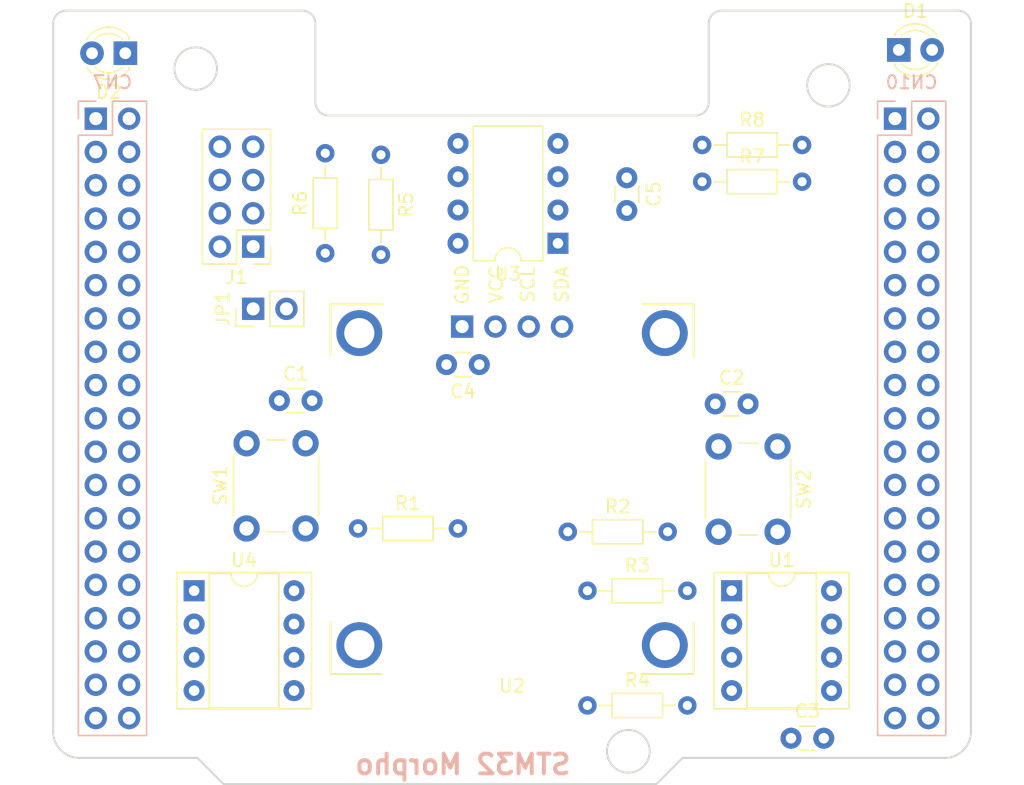
<source format=kicad_pcb>
(kicad_pcb (version 20171130) (host pcbnew 5.1.7-a382d34a8~87~ubuntu20.04.1)

  (general
    (thickness 1.6)
    (drawings 25)
    (tracks 0)
    (zones 0)
    (modules 25)
    (nets 86)
  )

  (page A4)
  (layers
    (0 F.Cu signal)
    (31 B.Cu signal)
    (32 B.Adhes user)
    (33 F.Adhes user)
    (34 B.Paste user)
    (35 F.Paste user)
    (36 B.SilkS user)
    (37 F.SilkS user)
    (38 B.Mask user)
    (39 F.Mask user)
    (40 Dwgs.User user)
    (41 Cmts.User user)
    (42 Eco1.User user)
    (43 Eco2.User user)
    (44 Edge.Cuts user)
    (45 Margin user)
    (46 B.CrtYd user)
    (47 F.CrtYd user)
    (48 B.Fab user)
    (49 F.Fab user hide)
  )

  (setup
    (last_trace_width 0.25)
    (trace_clearance 0.2)
    (zone_clearance 0.508)
    (zone_45_only no)
    (trace_min 0.2)
    (via_size 0.6)
    (via_drill 0.4)
    (via_min_size 0.4)
    (via_min_drill 0.3)
    (uvia_size 0.3)
    (uvia_drill 0.1)
    (uvias_allowed no)
    (uvia_min_size 0.2)
    (uvia_min_drill 0.1)
    (edge_width 0.15)
    (segment_width 0.2)
    (pcb_text_width 0.3)
    (pcb_text_size 1.5 1.5)
    (mod_edge_width 0.15)
    (mod_text_size 1 1)
    (mod_text_width 0.15)
    (pad_size 1.524 1.524)
    (pad_drill 0.762)
    (pad_to_mask_clearance 0.2)
    (aux_axis_origin 130 120)
    (grid_origin 130 120)
    (visible_elements FFFFFF7F)
    (pcbplotparams
      (layerselection 0x00030_80000001)
      (usegerberextensions false)
      (usegerberattributes true)
      (usegerberadvancedattributes true)
      (creategerberjobfile true)
      (excludeedgelayer true)
      (linewidth 0.100000)
      (plotframeref false)
      (viasonmask false)
      (mode 1)
      (useauxorigin false)
      (hpglpennumber 1)
      (hpglpenspeed 20)
      (hpglpendiameter 15.000000)
      (psnegative false)
      (psa4output false)
      (plotreference true)
      (plotvalue true)
      (plotinvisibletext false)
      (padsonsilk false)
      (subtractmaskfromsilk false)
      (outputformat 1)
      (mirror false)
      (drillshape 1)
      (scaleselection 1)
      (outputdirectory ""))
  )

  (net 0 "")
  (net 1 "Net-(CN7-Pad9)")
  (net 2 "Net-(CN7-Pad10)")
  (net 3 "Net-(CN7-Pad11)")
  (net 4 "Net-(CN7-Pad26)")
  (net 5 "Net-(CN7-Pad29)")
  (net 6 "Net-(CN7-Pad31)")
  (net 7 "Net-(CN10-Pad10)")
  (net 8 "Net-(CN10-Pad36)")
  (net 9 "Net-(CN10-Pad38)")
  (net 10 /PC14)
  (net 11 GND)
  (net 12 /PC15)
  (net 13 +3V3)
  (net 14 /PC0)
  (net 15 /PC3)
  (net 16 /PC1)
  (net 17 /PC2)
  (net 18 /PB0)
  (net 19 +BATT)
  (net 20 /PA4)
  (net 21 /PA1)
  (net 22 /PA0)
  (net 23 /VIN)
  (net 24 /PC13)
  (net 25 /PB7)
  (net 26 +5V)
  (net 27 /I2C1_SCL)
  (net 28 /I2C1_SDA)
  (net 29 /RESET)
  (net 30 /PA13)
  (net 31 /IOREF)
  (net 32 /BOOT0)
  (net 33 /E5V)
  (net 34 VDD)
  (net 35 /PA3)
  (net 36 /PA2)
  (net 37 /PC4)
  (net 38 /PA10)
  (net 39 GNDA)
  (net 40 /SPI3_SCLK)
  (net 41 /SPI2_SCLK)
  (net 42 /SPI3_MOSI)
  (net 43 /SPI2_MISO)
  (net 44 /SPI3_MISO)
  (net 45 /SPI2_MOSI)
  (net 46 /PB10)
  (net 47 /SPI2_FLASH_CS)
  (net 48 /PA8)
  (net 49 /PB2)
  (net 50 /PA9)
  (net 51 /PC7)
  (net 52 /PB11)
  (net 53 /PB6)
  (net 54 /PB12)
  (net 55 /PA7)
  (net 56 /PA11)
  (net 57 /PA6)
  (net 58 /PA12)
  (net 59 /PA5)
  (net 60 /U5V)
  (net 61 VDDA)
  (net 62 /PC5)
  (net 63 /CAN1_TD)
  (net 64 /PC6)
  (net 65 /CAN1_RD)
  (net 66 /PC8)
  (net 67 /PC9)
  (net 68 "Net-(J1-Pad8)")
  (net 69 "Net-(J1-Pad7)")
  (net 70 /CANL)
  (net 71 /CANH)
  (net 72 "Net-(JP1-Pad2)")
  (net 73 "Net-(R3-Pad2)")
  (net 74 "Net-(R4-Pad2)")
  (net 75 "Net-(R5-Pad1)")
  (net 76 "Net-(U3-Pad5)")
  (net 77 "Net-(U4-Pad7)")
  (net 78 "Net-(U4-Pad3)")
  (net 79 "Net-(CN10-Pad31)")
  (net 80 "Net-(CN10-Pad29)")
  (net 81 "Net-(CN10-Pad27)")
  (net 82 "Net-(CN10-Pad24)")
  (net 83 "Net-(D1-Pad1)")
  (net 84 "Net-(D2-Pad1)")
  (net 85 /SPI3_FLASH_CS)

  (net_class Default "This is the default net class."
    (clearance 0.2)
    (trace_width 0.25)
    (via_dia 0.6)
    (via_drill 0.4)
    (uvia_dia 0.3)
    (uvia_drill 0.1)
    (add_net +3V3)
    (add_net +5V)
    (add_net +BATT)
    (add_net /BOOT0)
    (add_net /CAN1_RD)
    (add_net /CAN1_TD)
    (add_net /CANH)
    (add_net /CANL)
    (add_net /E5V)
    (add_net /I2C1_SCL)
    (add_net /I2C1_SDA)
    (add_net /IOREF)
    (add_net /PA0)
    (add_net /PA1)
    (add_net /PA10)
    (add_net /PA11)
    (add_net /PA12)
    (add_net /PA13)
    (add_net /PA2)
    (add_net /PA3)
    (add_net /PA4)
    (add_net /PA5)
    (add_net /PA6)
    (add_net /PA7)
    (add_net /PA8)
    (add_net /PA9)
    (add_net /PB0)
    (add_net /PB10)
    (add_net /PB11)
    (add_net /PB12)
    (add_net /PB2)
    (add_net /PB6)
    (add_net /PB7)
    (add_net /PC0)
    (add_net /PC1)
    (add_net /PC13)
    (add_net /PC14)
    (add_net /PC15)
    (add_net /PC2)
    (add_net /PC3)
    (add_net /PC4)
    (add_net /PC5)
    (add_net /PC6)
    (add_net /PC7)
    (add_net /PC8)
    (add_net /PC9)
    (add_net /RESET)
    (add_net /SPI2_FLASH_CS)
    (add_net /SPI2_MISO)
    (add_net /SPI2_MOSI)
    (add_net /SPI2_SCLK)
    (add_net /SPI3_FLASH_CS)
    (add_net /SPI3_MISO)
    (add_net /SPI3_MOSI)
    (add_net /SPI3_SCLK)
    (add_net /U5V)
    (add_net /VIN)
    (add_net GND)
    (add_net GNDA)
    (add_net "Net-(CN10-Pad10)")
    (add_net "Net-(CN10-Pad24)")
    (add_net "Net-(CN10-Pad27)")
    (add_net "Net-(CN10-Pad29)")
    (add_net "Net-(CN10-Pad31)")
    (add_net "Net-(CN10-Pad36)")
    (add_net "Net-(CN10-Pad38)")
    (add_net "Net-(CN7-Pad10)")
    (add_net "Net-(CN7-Pad11)")
    (add_net "Net-(CN7-Pad26)")
    (add_net "Net-(CN7-Pad29)")
    (add_net "Net-(CN7-Pad31)")
    (add_net "Net-(CN7-Pad9)")
    (add_net "Net-(D1-Pad1)")
    (add_net "Net-(D2-Pad1)")
    (add_net "Net-(J1-Pad7)")
    (add_net "Net-(J1-Pad8)")
    (add_net "Net-(JP1-Pad2)")
    (add_net "Net-(R3-Pad2)")
    (add_net "Net-(R4-Pad2)")
    (add_net "Net-(R5-Pad1)")
    (add_net "Net-(U3-Pad5)")
    (add_net "Net-(U4-Pad3)")
    (add_net "Net-(U4-Pad7)")
    (add_net VDD)
    (add_net VDDA)
  )

  (module Resistor_THT:R_Axial_DIN0204_L3.6mm_D1.6mm_P7.62mm_Horizontal (layer F.Cu) (tedit 5AE5139B) (tstamp 5F9FAE25)
    (at 179.5 73.25)
    (descr "Resistor, Axial_DIN0204 series, Axial, Horizontal, pin pitch=7.62mm, 0.167W, length*diameter=3.6*1.6mm^2, http://cdn-reichelt.de/documents/datenblatt/B400/1_4W%23YAG.pdf")
    (tags "Resistor Axial_DIN0204 series Axial Horizontal pin pitch 7.62mm 0.167W length 3.6mm diameter 1.6mm")
    (path /5FB1A896)
    (fp_text reference R8 (at 3.81 -1.92) (layer F.SilkS)
      (effects (font (size 1 1) (thickness 0.15)))
    )
    (fp_text value 470 (at 3.81 1.92) (layer F.Fab)
      (effects (font (size 1 1) (thickness 0.15)))
    )
    (fp_line (start 8.57 -1.05) (end -0.95 -1.05) (layer F.CrtYd) (width 0.05))
    (fp_line (start 8.57 1.05) (end 8.57 -1.05) (layer F.CrtYd) (width 0.05))
    (fp_line (start -0.95 1.05) (end 8.57 1.05) (layer F.CrtYd) (width 0.05))
    (fp_line (start -0.95 -1.05) (end -0.95 1.05) (layer F.CrtYd) (width 0.05))
    (fp_line (start 6.68 0) (end 5.73 0) (layer F.SilkS) (width 0.12))
    (fp_line (start 0.94 0) (end 1.89 0) (layer F.SilkS) (width 0.12))
    (fp_line (start 5.73 -0.92) (end 1.89 -0.92) (layer F.SilkS) (width 0.12))
    (fp_line (start 5.73 0.92) (end 5.73 -0.92) (layer F.SilkS) (width 0.12))
    (fp_line (start 1.89 0.92) (end 5.73 0.92) (layer F.SilkS) (width 0.12))
    (fp_line (start 1.89 -0.92) (end 1.89 0.92) (layer F.SilkS) (width 0.12))
    (fp_line (start 7.62 0) (end 5.61 0) (layer F.Fab) (width 0.1))
    (fp_line (start 0 0) (end 2.01 0) (layer F.Fab) (width 0.1))
    (fp_line (start 5.61 -0.8) (end 2.01 -0.8) (layer F.Fab) (width 0.1))
    (fp_line (start 5.61 0.8) (end 5.61 -0.8) (layer F.Fab) (width 0.1))
    (fp_line (start 2.01 0.8) (end 5.61 0.8) (layer F.Fab) (width 0.1))
    (fp_line (start 2.01 -0.8) (end 2.01 0.8) (layer F.Fab) (width 0.1))
    (fp_text user %R (at 3.81 0) (layer F.Fab)
      (effects (font (size 0.72 0.72) (thickness 0.108)))
    )
    (pad 2 thru_hole oval (at 7.62 0) (size 1.4 1.4) (drill 0.7) (layers *.Cu *.Mask)
      (net 11 GND))
    (pad 1 thru_hole circle (at 0 0) (size 1.4 1.4) (drill 0.7) (layers *.Cu *.Mask)
      (net 84 "Net-(D2-Pad1)"))
    (model ${KISYS3DMOD}/Resistor_THT.3dshapes/R_Axial_DIN0204_L3.6mm_D1.6mm_P7.62mm_Horizontal.wrl
      (at (xyz 0 0 0))
      (scale (xyz 1 1 1))
      (rotate (xyz 0 0 0))
    )
  )

  (module Resistor_THT:R_Axial_DIN0204_L3.6mm_D1.6mm_P7.62mm_Horizontal (layer F.Cu) (tedit 5AE5139B) (tstamp 5F9FAE0E)
    (at 179.5 76.05)
    (descr "Resistor, Axial_DIN0204 series, Axial, Horizontal, pin pitch=7.62mm, 0.167W, length*diameter=3.6*1.6mm^2, http://cdn-reichelt.de/documents/datenblatt/B400/1_4W%23YAG.pdf")
    (tags "Resistor Axial_DIN0204 series Axial Horizontal pin pitch 7.62mm 0.167W length 3.6mm diameter 1.6mm")
    (path /5FB1A88F)
    (fp_text reference R7 (at 3.81 -1.92) (layer F.SilkS)
      (effects (font (size 1 1) (thickness 0.15)))
    )
    (fp_text value 470 (at 3.81 1.92) (layer F.Fab)
      (effects (font (size 1 1) (thickness 0.15)))
    )
    (fp_line (start 8.57 -1.05) (end -0.95 -1.05) (layer F.CrtYd) (width 0.05))
    (fp_line (start 8.57 1.05) (end 8.57 -1.05) (layer F.CrtYd) (width 0.05))
    (fp_line (start -0.95 1.05) (end 8.57 1.05) (layer F.CrtYd) (width 0.05))
    (fp_line (start -0.95 -1.05) (end -0.95 1.05) (layer F.CrtYd) (width 0.05))
    (fp_line (start 6.68 0) (end 5.73 0) (layer F.SilkS) (width 0.12))
    (fp_line (start 0.94 0) (end 1.89 0) (layer F.SilkS) (width 0.12))
    (fp_line (start 5.73 -0.92) (end 1.89 -0.92) (layer F.SilkS) (width 0.12))
    (fp_line (start 5.73 0.92) (end 5.73 -0.92) (layer F.SilkS) (width 0.12))
    (fp_line (start 1.89 0.92) (end 5.73 0.92) (layer F.SilkS) (width 0.12))
    (fp_line (start 1.89 -0.92) (end 1.89 0.92) (layer F.SilkS) (width 0.12))
    (fp_line (start 7.62 0) (end 5.61 0) (layer F.Fab) (width 0.1))
    (fp_line (start 0 0) (end 2.01 0) (layer F.Fab) (width 0.1))
    (fp_line (start 5.61 -0.8) (end 2.01 -0.8) (layer F.Fab) (width 0.1))
    (fp_line (start 5.61 0.8) (end 5.61 -0.8) (layer F.Fab) (width 0.1))
    (fp_line (start 2.01 0.8) (end 5.61 0.8) (layer F.Fab) (width 0.1))
    (fp_line (start 2.01 -0.8) (end 2.01 0.8) (layer F.Fab) (width 0.1))
    (fp_text user %R (at 3.81 0) (layer F.Fab)
      (effects (font (size 0.72 0.72) (thickness 0.108)))
    )
    (pad 2 thru_hole oval (at 7.62 0) (size 1.4 1.4) (drill 0.7) (layers *.Cu *.Mask)
      (net 11 GND))
    (pad 1 thru_hole circle (at 0 0) (size 1.4 1.4) (drill 0.7) (layers *.Cu *.Mask)
      (net 83 "Net-(D1-Pad1)"))
    (model ${KISYS3DMOD}/Resistor_THT.3dshapes/R_Axial_DIN0204_L3.6mm_D1.6mm_P7.62mm_Horizontal.wrl
      (at (xyz 0 0 0))
      (scale (xyz 1 1 1))
      (rotate (xyz 0 0 0))
    )
  )

  (module LED_THT:LED_D3.0mm (layer F.Cu) (tedit 587A3A7B) (tstamp 5F9FAC8B)
    (at 135.5 66.25 180)
    (descr "LED, diameter 3.0mm, 2 pins")
    (tags "LED diameter 3.0mm 2 pins")
    (path /5FB12CE1)
    (fp_text reference D2 (at 1.27 -2.96) (layer F.SilkS)
      (effects (font (size 1 1) (thickness 0.15)))
    )
    (fp_text value LED (at 1.27 2.96) (layer F.Fab)
      (effects (font (size 1 1) (thickness 0.15)))
    )
    (fp_line (start 3.7 -2.25) (end -1.15 -2.25) (layer F.CrtYd) (width 0.05))
    (fp_line (start 3.7 2.25) (end 3.7 -2.25) (layer F.CrtYd) (width 0.05))
    (fp_line (start -1.15 2.25) (end 3.7 2.25) (layer F.CrtYd) (width 0.05))
    (fp_line (start -1.15 -2.25) (end -1.15 2.25) (layer F.CrtYd) (width 0.05))
    (fp_line (start -0.29 1.08) (end -0.29 1.236) (layer F.SilkS) (width 0.12))
    (fp_line (start -0.29 -1.236) (end -0.29 -1.08) (layer F.SilkS) (width 0.12))
    (fp_line (start -0.23 -1.16619) (end -0.23 1.16619) (layer F.Fab) (width 0.1))
    (fp_circle (center 1.27 0) (end 2.77 0) (layer F.Fab) (width 0.1))
    (fp_arc (start 1.27 0) (end 0.229039 1.08) (angle -87.9) (layer F.SilkS) (width 0.12))
    (fp_arc (start 1.27 0) (end 0.229039 -1.08) (angle 87.9) (layer F.SilkS) (width 0.12))
    (fp_arc (start 1.27 0) (end -0.29 1.235516) (angle -108.8) (layer F.SilkS) (width 0.12))
    (fp_arc (start 1.27 0) (end -0.29 -1.235516) (angle 108.8) (layer F.SilkS) (width 0.12))
    (fp_arc (start 1.27 0) (end -0.23 -1.16619) (angle 284.3) (layer F.Fab) (width 0.1))
    (pad 2 thru_hole circle (at 2.54 0 180) (size 1.8 1.8) (drill 0.9) (layers *.Cu *.Mask)
      (net 67 /PC9))
    (pad 1 thru_hole rect (at 0 0 180) (size 1.8 1.8) (drill 0.9) (layers *.Cu *.Mask)
      (net 84 "Net-(D2-Pad1)"))
    (model ${KISYS3DMOD}/LED_THT.3dshapes/LED_D3.0mm.wrl
      (at (xyz 0 0 0))
      (scale (xyz 1 1 1))
      (rotate (xyz 0 0 0))
    )
  )

  (module LED_THT:LED_D3.0mm (layer F.Cu) (tedit 587A3A7B) (tstamp 5F9FAC78)
    (at 194.5 66)
    (descr "LED, diameter 3.0mm, 2 pins")
    (tags "LED diameter 3.0mm 2 pins")
    (path /5FB1128C)
    (fp_text reference D1 (at 1.27 -2.96) (layer F.SilkS)
      (effects (font (size 1 1) (thickness 0.15)))
    )
    (fp_text value LED (at 1.27 2.96) (layer F.Fab)
      (effects (font (size 1 1) (thickness 0.15)))
    )
    (fp_line (start 3.7 -2.25) (end -1.15 -2.25) (layer F.CrtYd) (width 0.05))
    (fp_line (start 3.7 2.25) (end 3.7 -2.25) (layer F.CrtYd) (width 0.05))
    (fp_line (start -1.15 2.25) (end 3.7 2.25) (layer F.CrtYd) (width 0.05))
    (fp_line (start -1.15 -2.25) (end -1.15 2.25) (layer F.CrtYd) (width 0.05))
    (fp_line (start -0.29 1.08) (end -0.29 1.236) (layer F.SilkS) (width 0.12))
    (fp_line (start -0.29 -1.236) (end -0.29 -1.08) (layer F.SilkS) (width 0.12))
    (fp_line (start -0.23 -1.16619) (end -0.23 1.16619) (layer F.Fab) (width 0.1))
    (fp_circle (center 1.27 0) (end 2.77 0) (layer F.Fab) (width 0.1))
    (fp_arc (start 1.27 0) (end 0.229039 1.08) (angle -87.9) (layer F.SilkS) (width 0.12))
    (fp_arc (start 1.27 0) (end 0.229039 -1.08) (angle 87.9) (layer F.SilkS) (width 0.12))
    (fp_arc (start 1.27 0) (end -0.29 1.235516) (angle -108.8) (layer F.SilkS) (width 0.12))
    (fp_arc (start 1.27 0) (end -0.29 -1.235516) (angle 108.8) (layer F.SilkS) (width 0.12))
    (fp_arc (start 1.27 0) (end -0.23 -1.16619) (angle 284.3) (layer F.Fab) (width 0.1))
    (pad 2 thru_hole circle (at 2.54 0) (size 1.8 1.8) (drill 0.9) (layers *.Cu *.Mask)
      (net 66 /PC8))
    (pad 1 thru_hole rect (at 0 0) (size 1.8 1.8) (drill 0.9) (layers *.Cu *.Mask)
      (net 83 "Net-(D1-Pad1)"))
    (model ${KISYS3DMOD}/LED_THT.3dshapes/LED_D3.0mm.wrl
      (at (xyz 0 0 0))
      (scale (xyz 1 1 1))
      (rotate (xyz 0 0 0))
    )
  )

  (module Package_DIP:DIP-8_W7.62mm_Socket (layer F.Cu) (tedit 5A02E8C5) (tstamp 5F9FA253)
    (at 140.75 107.25)
    (descr "8-lead though-hole mounted DIP package, row spacing 7.62 mm (300 mils), Socket")
    (tags "THT DIP DIL PDIP 2.54mm 7.62mm 300mil Socket")
    (path /5FAC7511)
    (fp_text reference U4 (at 3.81 -2.33) (layer F.SilkS)
      (effects (font (size 1 1) (thickness 0.15)))
    )
    (fp_text value AT24CS08-XHM (at 3.81 9.95) (layer F.Fab)
      (effects (font (size 1 1) (thickness 0.15)))
    )
    (fp_line (start 9.15 -1.6) (end -1.55 -1.6) (layer F.CrtYd) (width 0.05))
    (fp_line (start 9.15 9.2) (end 9.15 -1.6) (layer F.CrtYd) (width 0.05))
    (fp_line (start -1.55 9.2) (end 9.15 9.2) (layer F.CrtYd) (width 0.05))
    (fp_line (start -1.55 -1.6) (end -1.55 9.2) (layer F.CrtYd) (width 0.05))
    (fp_line (start 8.95 -1.39) (end -1.33 -1.39) (layer F.SilkS) (width 0.12))
    (fp_line (start 8.95 9.01) (end 8.95 -1.39) (layer F.SilkS) (width 0.12))
    (fp_line (start -1.33 9.01) (end 8.95 9.01) (layer F.SilkS) (width 0.12))
    (fp_line (start -1.33 -1.39) (end -1.33 9.01) (layer F.SilkS) (width 0.12))
    (fp_line (start 6.46 -1.33) (end 4.81 -1.33) (layer F.SilkS) (width 0.12))
    (fp_line (start 6.46 8.95) (end 6.46 -1.33) (layer F.SilkS) (width 0.12))
    (fp_line (start 1.16 8.95) (end 6.46 8.95) (layer F.SilkS) (width 0.12))
    (fp_line (start 1.16 -1.33) (end 1.16 8.95) (layer F.SilkS) (width 0.12))
    (fp_line (start 2.81 -1.33) (end 1.16 -1.33) (layer F.SilkS) (width 0.12))
    (fp_line (start 8.89 -1.33) (end -1.27 -1.33) (layer F.Fab) (width 0.1))
    (fp_line (start 8.89 8.95) (end 8.89 -1.33) (layer F.Fab) (width 0.1))
    (fp_line (start -1.27 8.95) (end 8.89 8.95) (layer F.Fab) (width 0.1))
    (fp_line (start -1.27 -1.33) (end -1.27 8.95) (layer F.Fab) (width 0.1))
    (fp_line (start 0.635 -0.27) (end 1.635 -1.27) (layer F.Fab) (width 0.1))
    (fp_line (start 0.635 8.89) (end 0.635 -0.27) (layer F.Fab) (width 0.1))
    (fp_line (start 6.985 8.89) (end 0.635 8.89) (layer F.Fab) (width 0.1))
    (fp_line (start 6.985 -1.27) (end 6.985 8.89) (layer F.Fab) (width 0.1))
    (fp_line (start 1.635 -1.27) (end 6.985 -1.27) (layer F.Fab) (width 0.1))
    (fp_text user %R (at 3.81 3.81) (layer F.Fab)
      (effects (font (size 1 1) (thickness 0.15)))
    )
    (fp_arc (start 3.81 -1.33) (end 2.81 -1.33) (angle -180) (layer F.SilkS) (width 0.12))
    (pad 8 thru_hole oval (at 7.62 0) (size 1.6 1.6) (drill 0.8) (layers *.Cu *.Mask)
      (net 13 +3V3))
    (pad 4 thru_hole oval (at 0 7.62) (size 1.6 1.6) (drill 0.8) (layers *.Cu *.Mask)
      (net 11 GND))
    (pad 7 thru_hole oval (at 7.62 2.54) (size 1.6 1.6) (drill 0.8) (layers *.Cu *.Mask)
      (net 77 "Net-(U4-Pad7)"))
    (pad 3 thru_hole oval (at 0 5.08) (size 1.6 1.6) (drill 0.8) (layers *.Cu *.Mask)
      (net 78 "Net-(U4-Pad3)"))
    (pad 6 thru_hole oval (at 7.62 5.08) (size 1.6 1.6) (drill 0.8) (layers *.Cu *.Mask)
      (net 27 /I2C1_SCL))
    (pad 2 thru_hole oval (at 0 2.54) (size 1.6 1.6) (drill 0.8) (layers *.Cu *.Mask))
    (pad 5 thru_hole oval (at 7.62 7.62) (size 1.6 1.6) (drill 0.8) (layers *.Cu *.Mask)
      (net 28 /I2C1_SDA))
    (pad 1 thru_hole rect (at 0 0) (size 1.6 1.6) (drill 0.8) (layers *.Cu *.Mask))
    (model ${KISYS3DMOD}/Package_DIP.3dshapes/DIP-8_W7.62mm_Socket.wrl
      (at (xyz 0 0 0))
      (scale (xyz 1 1 1))
      (rotate (xyz 0 0 0))
    )
  )

  (module Resistor_THT:R_Axial_DIN0204_L3.6mm_D1.6mm_P7.62mm_Horizontal (layer F.Cu) (tedit 5AE5139B) (tstamp 5F9F4953)
    (at 155 74 270)
    (descr "Resistor, Axial_DIN0204 series, Axial, Horizontal, pin pitch=7.62mm, 0.167W, length*diameter=3.6*1.6mm^2, http://cdn-reichelt.de/documents/datenblatt/B400/1_4W%23YAG.pdf")
    (tags "Resistor Axial_DIN0204 series Axial Horizontal pin pitch 7.62mm 0.167W length 3.6mm diameter 1.6mm")
    (path /5FA8BDCA)
    (fp_text reference R5 (at 3.81 -1.92 90) (layer F.SilkS)
      (effects (font (size 1 1) (thickness 0.15)))
    )
    (fp_text value 0 (at 3.81 1.92 90) (layer F.Fab)
      (effects (font (size 1 1) (thickness 0.15)))
    )
    (fp_line (start 8.57 -1.05) (end -0.95 -1.05) (layer F.CrtYd) (width 0.05))
    (fp_line (start 8.57 1.05) (end 8.57 -1.05) (layer F.CrtYd) (width 0.05))
    (fp_line (start -0.95 1.05) (end 8.57 1.05) (layer F.CrtYd) (width 0.05))
    (fp_line (start -0.95 -1.05) (end -0.95 1.05) (layer F.CrtYd) (width 0.05))
    (fp_line (start 6.68 0) (end 5.73 0) (layer F.SilkS) (width 0.12))
    (fp_line (start 0.94 0) (end 1.89 0) (layer F.SilkS) (width 0.12))
    (fp_line (start 5.73 -0.92) (end 1.89 -0.92) (layer F.SilkS) (width 0.12))
    (fp_line (start 5.73 0.92) (end 5.73 -0.92) (layer F.SilkS) (width 0.12))
    (fp_line (start 1.89 0.92) (end 5.73 0.92) (layer F.SilkS) (width 0.12))
    (fp_line (start 1.89 -0.92) (end 1.89 0.92) (layer F.SilkS) (width 0.12))
    (fp_line (start 7.62 0) (end 5.61 0) (layer F.Fab) (width 0.1))
    (fp_line (start 0 0) (end 2.01 0) (layer F.Fab) (width 0.1))
    (fp_line (start 5.61 -0.8) (end 2.01 -0.8) (layer F.Fab) (width 0.1))
    (fp_line (start 5.61 0.8) (end 5.61 -0.8) (layer F.Fab) (width 0.1))
    (fp_line (start 2.01 0.8) (end 5.61 0.8) (layer F.Fab) (width 0.1))
    (fp_line (start 2.01 -0.8) (end 2.01 0.8) (layer F.Fab) (width 0.1))
    (fp_text user %R (at 3.81 0 90) (layer F.Fab)
      (effects (font (size 0.72 0.72) (thickness 0.108)))
    )
    (pad 2 thru_hole oval (at 7.62 0 270) (size 1.4 1.4) (drill 0.7) (layers *.Cu *.Mask)
      (net 11 GND))
    (pad 1 thru_hole circle (at 0 0 270) (size 1.4 1.4) (drill 0.7) (layers *.Cu *.Mask)
      (net 75 "Net-(R5-Pad1)"))
    (model ${KISYS3DMOD}/Resistor_THT.3dshapes/R_Axial_DIN0204_L3.6mm_D1.6mm_P7.62mm_Horizontal.wrl
      (at (xyz 0 0 0))
      (scale (xyz 1 1 1))
      (rotate (xyz 0 0 0))
    )
  )

  (module Capacitor_THT:C_Disc_D3.0mm_W1.6mm_P2.50mm (layer F.Cu) (tedit 5AE50EF0) (tstamp 5F9F47BC)
    (at 186.275 118.5)
    (descr "C, Disc series, Radial, pin pitch=2.50mm, , diameter*width=3.0*1.6mm^2, Capacitor, http://www.vishay.com/docs/45233/krseries.pdf")
    (tags "C Disc series Radial pin pitch 2.50mm  diameter 3.0mm width 1.6mm Capacitor")
    (path /5FA14720)
    (fp_text reference C3 (at 1.25 -2.05) (layer F.SilkS)
      (effects (font (size 1 1) (thickness 0.15)))
    )
    (fp_text value 100nF (at 1.25 2.05) (layer F.Fab)
      (effects (font (size 1 1) (thickness 0.15)))
    )
    (fp_line (start 3.55 -1.05) (end -1.05 -1.05) (layer F.CrtYd) (width 0.05))
    (fp_line (start 3.55 1.05) (end 3.55 -1.05) (layer F.CrtYd) (width 0.05))
    (fp_line (start -1.05 1.05) (end 3.55 1.05) (layer F.CrtYd) (width 0.05))
    (fp_line (start -1.05 -1.05) (end -1.05 1.05) (layer F.CrtYd) (width 0.05))
    (fp_line (start 0.621 0.92) (end 1.879 0.92) (layer F.SilkS) (width 0.12))
    (fp_line (start 0.621 -0.92) (end 1.879 -0.92) (layer F.SilkS) (width 0.12))
    (fp_line (start 2.75 -0.8) (end -0.25 -0.8) (layer F.Fab) (width 0.1))
    (fp_line (start 2.75 0.8) (end 2.75 -0.8) (layer F.Fab) (width 0.1))
    (fp_line (start -0.25 0.8) (end 2.75 0.8) (layer F.Fab) (width 0.1))
    (fp_line (start -0.25 -0.8) (end -0.25 0.8) (layer F.Fab) (width 0.1))
    (fp_text user %R (at 1.25 0) (layer F.Fab)
      (effects (font (size 0.6 0.6) (thickness 0.09)))
    )
    (pad 2 thru_hole circle (at 2.5 0) (size 1.6 1.6) (drill 0.8) (layers *.Cu *.Mask)
      (net 11 GND))
    (pad 1 thru_hole circle (at 0 0) (size 1.6 1.6) (drill 0.8) (layers *.Cu *.Mask)
      (net 13 +3V3))
    (model ${KISYS3DMOD}/Capacitor_THT.3dshapes/C_Disc_D3.0mm_W1.6mm_P2.50mm.wrl
      (at (xyz 0 0 0))
      (scale (xyz 1 1 1))
      (rotate (xyz 0 0 0))
    )
  )

  (module Package_DIP:DIP-8_W7.62mm (layer F.Cu) (tedit 5A02E8C5) (tstamp 5F9F7C8F)
    (at 168.5 80.75 180)
    (descr "8-lead though-hole mounted DIP package, row spacing 7.62 mm (300 mils)")
    (tags "THT DIP DIL PDIP 2.54mm 7.62mm 300mil")
    (path /5FA06094)
    (fp_text reference U3 (at 3.81 -2.33) (layer F.SilkS)
      (effects (font (size 1 1) (thickness 0.15)))
    )
    (fp_text value MCP2551-I-P (at 3.81 9.95) (layer F.Fab)
      (effects (font (size 1 1) (thickness 0.15)))
    )
    (fp_line (start 8.7 -1.55) (end -1.1 -1.55) (layer F.CrtYd) (width 0.05))
    (fp_line (start 8.7 9.15) (end 8.7 -1.55) (layer F.CrtYd) (width 0.05))
    (fp_line (start -1.1 9.15) (end 8.7 9.15) (layer F.CrtYd) (width 0.05))
    (fp_line (start -1.1 -1.55) (end -1.1 9.15) (layer F.CrtYd) (width 0.05))
    (fp_line (start 6.46 -1.33) (end 4.81 -1.33) (layer F.SilkS) (width 0.12))
    (fp_line (start 6.46 8.95) (end 6.46 -1.33) (layer F.SilkS) (width 0.12))
    (fp_line (start 1.16 8.95) (end 6.46 8.95) (layer F.SilkS) (width 0.12))
    (fp_line (start 1.16 -1.33) (end 1.16 8.95) (layer F.SilkS) (width 0.12))
    (fp_line (start 2.81 -1.33) (end 1.16 -1.33) (layer F.SilkS) (width 0.12))
    (fp_line (start 0.635 -0.27) (end 1.635 -1.27) (layer F.Fab) (width 0.1))
    (fp_line (start 0.635 8.89) (end 0.635 -0.27) (layer F.Fab) (width 0.1))
    (fp_line (start 6.985 8.89) (end 0.635 8.89) (layer F.Fab) (width 0.1))
    (fp_line (start 6.985 -1.27) (end 6.985 8.89) (layer F.Fab) (width 0.1))
    (fp_line (start 1.635 -1.27) (end 6.985 -1.27) (layer F.Fab) (width 0.1))
    (fp_text user %R (at 3.81 3.81) (layer F.Fab)
      (effects (font (size 1 1) (thickness 0.15)))
    )
    (fp_arc (start 3.81 -1.33) (end 2.81 -1.33) (angle -180) (layer F.SilkS) (width 0.12))
    (pad 8 thru_hole oval (at 7.62 0 180) (size 1.6 1.6) (drill 0.8) (layers *.Cu *.Mask)
      (net 75 "Net-(R5-Pad1)"))
    (pad 4 thru_hole oval (at 0 7.62 180) (size 1.6 1.6) (drill 0.8) (layers *.Cu *.Mask)
      (net 65 /CAN1_RD))
    (pad 7 thru_hole oval (at 7.62 2.54 180) (size 1.6 1.6) (drill 0.8) (layers *.Cu *.Mask)
      (net 71 /CANH))
    (pad 3 thru_hole oval (at 0 5.08 180) (size 1.6 1.6) (drill 0.8) (layers *.Cu *.Mask)
      (net 26 +5V))
    (pad 6 thru_hole oval (at 7.62 5.08 180) (size 1.6 1.6) (drill 0.8) (layers *.Cu *.Mask)
      (net 70 /CANL))
    (pad 2 thru_hole oval (at 0 2.54 180) (size 1.6 1.6) (drill 0.8) (layers *.Cu *.Mask)
      (net 11 GND))
    (pad 5 thru_hole oval (at 7.62 7.62 180) (size 1.6 1.6) (drill 0.8) (layers *.Cu *.Mask)
      (net 76 "Net-(U3-Pad5)"))
    (pad 1 thru_hole rect (at 0 0 180) (size 1.6 1.6) (drill 0.8) (layers *.Cu *.Mask)
      (net 63 /CAN1_TD))
    (model ${KISYS3DMOD}/Package_DIP.3dshapes/DIP-8_W7.62mm.wrl
      (at (xyz 0 0 0))
      (scale (xyz 1 1 1))
      (rotate (xyz 0 0 0))
    )
  )

  (module Package_DIP:DIP-8_W7.62mm_Socket (layer F.Cu) (tedit 5A02E8C5) (tstamp 5F9F7C3D)
    (at 181.75 107.25)
    (descr "8-lead though-hole mounted DIP package, row spacing 7.62 mm (300 mils), Socket")
    (tags "THT DIP DIL PDIP 2.54mm 7.62mm 300mil Socket")
    (path /5F9FB7D1)
    (fp_text reference U1 (at 3.81 -2.33) (layer F.SilkS)
      (effects (font (size 1 1) (thickness 0.15)))
    )
    (fp_text value W25Q32JVSS (at 3.81 9.95) (layer F.Fab)
      (effects (font (size 1 1) (thickness 0.15)))
    )
    (fp_line (start 9.15 -1.6) (end -1.55 -1.6) (layer F.CrtYd) (width 0.05))
    (fp_line (start 9.15 9.2) (end 9.15 -1.6) (layer F.CrtYd) (width 0.05))
    (fp_line (start -1.55 9.2) (end 9.15 9.2) (layer F.CrtYd) (width 0.05))
    (fp_line (start -1.55 -1.6) (end -1.55 9.2) (layer F.CrtYd) (width 0.05))
    (fp_line (start 8.95 -1.39) (end -1.33 -1.39) (layer F.SilkS) (width 0.12))
    (fp_line (start 8.95 9.01) (end 8.95 -1.39) (layer F.SilkS) (width 0.12))
    (fp_line (start -1.33 9.01) (end 8.95 9.01) (layer F.SilkS) (width 0.12))
    (fp_line (start -1.33 -1.39) (end -1.33 9.01) (layer F.SilkS) (width 0.12))
    (fp_line (start 6.46 -1.33) (end 4.81 -1.33) (layer F.SilkS) (width 0.12))
    (fp_line (start 6.46 8.95) (end 6.46 -1.33) (layer F.SilkS) (width 0.12))
    (fp_line (start 1.16 8.95) (end 6.46 8.95) (layer F.SilkS) (width 0.12))
    (fp_line (start 1.16 -1.33) (end 1.16 8.95) (layer F.SilkS) (width 0.12))
    (fp_line (start 2.81 -1.33) (end 1.16 -1.33) (layer F.SilkS) (width 0.12))
    (fp_line (start 8.89 -1.33) (end -1.27 -1.33) (layer F.Fab) (width 0.1))
    (fp_line (start 8.89 8.95) (end 8.89 -1.33) (layer F.Fab) (width 0.1))
    (fp_line (start -1.27 8.95) (end 8.89 8.95) (layer F.Fab) (width 0.1))
    (fp_line (start -1.27 -1.33) (end -1.27 8.95) (layer F.Fab) (width 0.1))
    (fp_line (start 0.635 -0.27) (end 1.635 -1.27) (layer F.Fab) (width 0.1))
    (fp_line (start 0.635 8.89) (end 0.635 -0.27) (layer F.Fab) (width 0.1))
    (fp_line (start 6.985 8.89) (end 0.635 8.89) (layer F.Fab) (width 0.1))
    (fp_line (start 6.985 -1.27) (end 6.985 8.89) (layer F.Fab) (width 0.1))
    (fp_line (start 1.635 -1.27) (end 6.985 -1.27) (layer F.Fab) (width 0.1))
    (fp_text user %R (at 3.81 3.81) (layer F.Fab)
      (effects (font (size 1 1) (thickness 0.15)))
    )
    (fp_arc (start 3.81 -1.33) (end 2.81 -1.33) (angle -180) (layer F.SilkS) (width 0.12))
    (pad 8 thru_hole oval (at 7.62 0) (size 1.6 1.6) (drill 0.8) (layers *.Cu *.Mask)
      (net 13 +3V3))
    (pad 4 thru_hole oval (at 0 7.62) (size 1.6 1.6) (drill 0.8) (layers *.Cu *.Mask)
      (net 11 GND))
    (pad 7 thru_hole oval (at 7.62 2.54) (size 1.6 1.6) (drill 0.8) (layers *.Cu *.Mask)
      (net 74 "Net-(R4-Pad2)"))
    (pad 3 thru_hole oval (at 0 5.08) (size 1.6 1.6) (drill 0.8) (layers *.Cu *.Mask)
      (net 73 "Net-(R3-Pad2)"))
    (pad 6 thru_hole oval (at 7.62 5.08) (size 1.6 1.6) (drill 0.8) (layers *.Cu *.Mask)
      (net 40 /SPI3_SCLK))
    (pad 2 thru_hole oval (at 0 2.54) (size 1.6 1.6) (drill 0.8) (layers *.Cu *.Mask)
      (net 44 /SPI3_MISO))
    (pad 5 thru_hole oval (at 7.62 7.62) (size 1.6 1.6) (drill 0.8) (layers *.Cu *.Mask)
      (net 42 /SPI3_MOSI))
    (pad 1 thru_hole rect (at 0 0) (size 1.6 1.6) (drill 0.8) (layers *.Cu *.Mask)
      (net 85 /SPI3_FLASH_CS))
    (model ${KISYS3DMOD}/Package_DIP.3dshapes/DIP-8_W7.62mm_Socket.wrl
      (at (xyz 0 0 0))
      (scale (xyz 1 1 1))
      (rotate (xyz 0 0 0))
    )
  )

  (module Resistor_THT:R_Axial_DIN0204_L3.6mm_D1.6mm_P7.62mm_Horizontal (layer F.Cu) (tedit 5AE5139B) (tstamp 5F9F4964)
    (at 150.75 81.5 90)
    (descr "Resistor, Axial_DIN0204 series, Axial, Horizontal, pin pitch=7.62mm, 0.167W, length*diameter=3.6*1.6mm^2, http://cdn-reichelt.de/documents/datenblatt/B400/1_4W%23YAG.pdf")
    (tags "Resistor Axial_DIN0204 series Axial Horizontal pin pitch 7.62mm 0.167W length 3.6mm diameter 1.6mm")
    (path /5FA85D73)
    (fp_text reference R6 (at 3.81 -1.92 90) (layer F.SilkS)
      (effects (font (size 1 1) (thickness 0.15)))
    )
    (fp_text value 120 (at 3.81 1.92 90) (layer F.Fab)
      (effects (font (size 1 1) (thickness 0.15)))
    )
    (fp_line (start 8.57 -1.05) (end -0.95 -1.05) (layer F.CrtYd) (width 0.05))
    (fp_line (start 8.57 1.05) (end 8.57 -1.05) (layer F.CrtYd) (width 0.05))
    (fp_line (start -0.95 1.05) (end 8.57 1.05) (layer F.CrtYd) (width 0.05))
    (fp_line (start -0.95 -1.05) (end -0.95 1.05) (layer F.CrtYd) (width 0.05))
    (fp_line (start 6.68 0) (end 5.73 0) (layer F.SilkS) (width 0.12))
    (fp_line (start 0.94 0) (end 1.89 0) (layer F.SilkS) (width 0.12))
    (fp_line (start 5.73 -0.92) (end 1.89 -0.92) (layer F.SilkS) (width 0.12))
    (fp_line (start 5.73 0.92) (end 5.73 -0.92) (layer F.SilkS) (width 0.12))
    (fp_line (start 1.89 0.92) (end 5.73 0.92) (layer F.SilkS) (width 0.12))
    (fp_line (start 1.89 -0.92) (end 1.89 0.92) (layer F.SilkS) (width 0.12))
    (fp_line (start 7.62 0) (end 5.61 0) (layer F.Fab) (width 0.1))
    (fp_line (start 0 0) (end 2.01 0) (layer F.Fab) (width 0.1))
    (fp_line (start 5.61 -0.8) (end 2.01 -0.8) (layer F.Fab) (width 0.1))
    (fp_line (start 5.61 0.8) (end 5.61 -0.8) (layer F.Fab) (width 0.1))
    (fp_line (start 2.01 0.8) (end 5.61 0.8) (layer F.Fab) (width 0.1))
    (fp_line (start 2.01 -0.8) (end 2.01 0.8) (layer F.Fab) (width 0.1))
    (fp_text user %R (at 3.81 0 90) (layer F.Fab)
      (effects (font (size 0.72 0.72) (thickness 0.108)))
    )
    (pad 2 thru_hole oval (at 7.62 0 90) (size 1.4 1.4) (drill 0.7) (layers *.Cu *.Mask)
      (net 70 /CANL))
    (pad 1 thru_hole circle (at 0 0 90) (size 1.4 1.4) (drill 0.7) (layers *.Cu *.Mask)
      (net 72 "Net-(JP1-Pad2)"))
    (model ${KISYS3DMOD}/Resistor_THT.3dshapes/R_Axial_DIN0204_L3.6mm_D1.6mm_P7.62mm_Horizontal.wrl
      (at (xyz 0 0 0))
      (scale (xyz 1 1 1))
      (rotate (xyz 0 0 0))
    )
  )

  (module Resistor_THT:R_Axial_DIN0204_L3.6mm_D1.6mm_P7.62mm_Horizontal (layer F.Cu) (tedit 5AE5139B) (tstamp 5F9F4942)
    (at 170.75 116)
    (descr "Resistor, Axial_DIN0204 series, Axial, Horizontal, pin pitch=7.62mm, 0.167W, length*diameter=3.6*1.6mm^2, http://cdn-reichelt.de/documents/datenblatt/B400/1_4W%23YAG.pdf")
    (tags "Resistor Axial_DIN0204 series Axial Horizontal pin pitch 7.62mm 0.167W length 3.6mm diameter 1.6mm")
    (path /5FA120AD)
    (fp_text reference R4 (at 3.81 -1.92) (layer F.SilkS)
      (effects (font (size 1 1) (thickness 0.15)))
    )
    (fp_text value 47K (at 3.81 1.92) (layer F.Fab)
      (effects (font (size 1 1) (thickness 0.15)))
    )
    (fp_line (start 8.57 -1.05) (end -0.95 -1.05) (layer F.CrtYd) (width 0.05))
    (fp_line (start 8.57 1.05) (end 8.57 -1.05) (layer F.CrtYd) (width 0.05))
    (fp_line (start -0.95 1.05) (end 8.57 1.05) (layer F.CrtYd) (width 0.05))
    (fp_line (start -0.95 -1.05) (end -0.95 1.05) (layer F.CrtYd) (width 0.05))
    (fp_line (start 6.68 0) (end 5.73 0) (layer F.SilkS) (width 0.12))
    (fp_line (start 0.94 0) (end 1.89 0) (layer F.SilkS) (width 0.12))
    (fp_line (start 5.73 -0.92) (end 1.89 -0.92) (layer F.SilkS) (width 0.12))
    (fp_line (start 5.73 0.92) (end 5.73 -0.92) (layer F.SilkS) (width 0.12))
    (fp_line (start 1.89 0.92) (end 5.73 0.92) (layer F.SilkS) (width 0.12))
    (fp_line (start 1.89 -0.92) (end 1.89 0.92) (layer F.SilkS) (width 0.12))
    (fp_line (start 7.62 0) (end 5.61 0) (layer F.Fab) (width 0.1))
    (fp_line (start 0 0) (end 2.01 0) (layer F.Fab) (width 0.1))
    (fp_line (start 5.61 -0.8) (end 2.01 -0.8) (layer F.Fab) (width 0.1))
    (fp_line (start 5.61 0.8) (end 5.61 -0.8) (layer F.Fab) (width 0.1))
    (fp_line (start 2.01 0.8) (end 5.61 0.8) (layer F.Fab) (width 0.1))
    (fp_line (start 2.01 -0.8) (end 2.01 0.8) (layer F.Fab) (width 0.1))
    (fp_text user %R (at 3.81 0) (layer F.Fab)
      (effects (font (size 0.72 0.72) (thickness 0.108)))
    )
    (pad 2 thru_hole oval (at 7.62 0) (size 1.4 1.4) (drill 0.7) (layers *.Cu *.Mask)
      (net 74 "Net-(R4-Pad2)"))
    (pad 1 thru_hole circle (at 0 0) (size 1.4 1.4) (drill 0.7) (layers *.Cu *.Mask)
      (net 13 +3V3))
    (model ${KISYS3DMOD}/Resistor_THT.3dshapes/R_Axial_DIN0204_L3.6mm_D1.6mm_P7.62mm_Horizontal.wrl
      (at (xyz 0 0 0))
      (scale (xyz 1 1 1))
      (rotate (xyz 0 0 0))
    )
  )

  (module Resistor_THT:R_Axial_DIN0204_L3.6mm_D1.6mm_P7.62mm_Horizontal (layer F.Cu) (tedit 5AE5139B) (tstamp 5F9F4931)
    (at 170.75 107.25)
    (descr "Resistor, Axial_DIN0204 series, Axial, Horizontal, pin pitch=7.62mm, 0.167W, length*diameter=3.6*1.6mm^2, http://cdn-reichelt.de/documents/datenblatt/B400/1_4W%23YAG.pdf")
    (tags "Resistor Axial_DIN0204 series Axial Horizontal pin pitch 7.62mm 0.167W length 3.6mm diameter 1.6mm")
    (path /5FA10F09)
    (fp_text reference R3 (at 3.81 -1.92) (layer F.SilkS)
      (effects (font (size 1 1) (thickness 0.15)))
    )
    (fp_text value 47K (at 3.81 1.92) (layer F.Fab)
      (effects (font (size 1 1) (thickness 0.15)))
    )
    (fp_line (start 8.57 -1.05) (end -0.95 -1.05) (layer F.CrtYd) (width 0.05))
    (fp_line (start 8.57 1.05) (end 8.57 -1.05) (layer F.CrtYd) (width 0.05))
    (fp_line (start -0.95 1.05) (end 8.57 1.05) (layer F.CrtYd) (width 0.05))
    (fp_line (start -0.95 -1.05) (end -0.95 1.05) (layer F.CrtYd) (width 0.05))
    (fp_line (start 6.68 0) (end 5.73 0) (layer F.SilkS) (width 0.12))
    (fp_line (start 0.94 0) (end 1.89 0) (layer F.SilkS) (width 0.12))
    (fp_line (start 5.73 -0.92) (end 1.89 -0.92) (layer F.SilkS) (width 0.12))
    (fp_line (start 5.73 0.92) (end 5.73 -0.92) (layer F.SilkS) (width 0.12))
    (fp_line (start 1.89 0.92) (end 5.73 0.92) (layer F.SilkS) (width 0.12))
    (fp_line (start 1.89 -0.92) (end 1.89 0.92) (layer F.SilkS) (width 0.12))
    (fp_line (start 7.62 0) (end 5.61 0) (layer F.Fab) (width 0.1))
    (fp_line (start 0 0) (end 2.01 0) (layer F.Fab) (width 0.1))
    (fp_line (start 5.61 -0.8) (end 2.01 -0.8) (layer F.Fab) (width 0.1))
    (fp_line (start 5.61 0.8) (end 5.61 -0.8) (layer F.Fab) (width 0.1))
    (fp_line (start 2.01 0.8) (end 5.61 0.8) (layer F.Fab) (width 0.1))
    (fp_line (start 2.01 -0.8) (end 2.01 0.8) (layer F.Fab) (width 0.1))
    (fp_text user %R (at 3.81 0) (layer F.Fab)
      (effects (font (size 0.72 0.72) (thickness 0.108)))
    )
    (pad 2 thru_hole oval (at 7.62 0) (size 1.4 1.4) (drill 0.7) (layers *.Cu *.Mask)
      (net 73 "Net-(R3-Pad2)"))
    (pad 1 thru_hole circle (at 0 0) (size 1.4 1.4) (drill 0.7) (layers *.Cu *.Mask)
      (net 13 +3V3))
    (model ${KISYS3DMOD}/Resistor_THT.3dshapes/R_Axial_DIN0204_L3.6mm_D1.6mm_P7.62mm_Horizontal.wrl
      (at (xyz 0 0 0))
      (scale (xyz 1 1 1))
      (rotate (xyz 0 0 0))
    )
  )

  (module Resistor_THT:R_Axial_DIN0204_L3.6mm_D1.6mm_P7.62mm_Horizontal (layer F.Cu) (tedit 5AE5139B) (tstamp 5F9F4920)
    (at 169.25 102.75)
    (descr "Resistor, Axial_DIN0204 series, Axial, Horizontal, pin pitch=7.62mm, 0.167W, length*diameter=3.6*1.6mm^2, http://cdn-reichelt.de/documents/datenblatt/B400/1_4W%23YAG.pdf")
    (tags "Resistor Axial_DIN0204 series Axial Horizontal pin pitch 7.62mm 0.167W length 3.6mm diameter 1.6mm")
    (path /5FA626F4)
    (fp_text reference R2 (at 3.81 -1.92) (layer F.SilkS)
      (effects (font (size 1 1) (thickness 0.15)))
    )
    (fp_text value 47K (at 3.81 1.92) (layer F.Fab)
      (effects (font (size 1 1) (thickness 0.15)))
    )
    (fp_line (start 8.57 -1.05) (end -0.95 -1.05) (layer F.CrtYd) (width 0.05))
    (fp_line (start 8.57 1.05) (end 8.57 -1.05) (layer F.CrtYd) (width 0.05))
    (fp_line (start -0.95 1.05) (end 8.57 1.05) (layer F.CrtYd) (width 0.05))
    (fp_line (start -0.95 -1.05) (end -0.95 1.05) (layer F.CrtYd) (width 0.05))
    (fp_line (start 6.68 0) (end 5.73 0) (layer F.SilkS) (width 0.12))
    (fp_line (start 0.94 0) (end 1.89 0) (layer F.SilkS) (width 0.12))
    (fp_line (start 5.73 -0.92) (end 1.89 -0.92) (layer F.SilkS) (width 0.12))
    (fp_line (start 5.73 0.92) (end 5.73 -0.92) (layer F.SilkS) (width 0.12))
    (fp_line (start 1.89 0.92) (end 5.73 0.92) (layer F.SilkS) (width 0.12))
    (fp_line (start 1.89 -0.92) (end 1.89 0.92) (layer F.SilkS) (width 0.12))
    (fp_line (start 7.62 0) (end 5.61 0) (layer F.Fab) (width 0.1))
    (fp_line (start 0 0) (end 2.01 0) (layer F.Fab) (width 0.1))
    (fp_line (start 5.61 -0.8) (end 2.01 -0.8) (layer F.Fab) (width 0.1))
    (fp_line (start 5.61 0.8) (end 5.61 -0.8) (layer F.Fab) (width 0.1))
    (fp_line (start 2.01 0.8) (end 5.61 0.8) (layer F.Fab) (width 0.1))
    (fp_line (start 2.01 -0.8) (end 2.01 0.8) (layer F.Fab) (width 0.1))
    (fp_text user %R (at 3.81 0) (layer F.Fab)
      (effects (font (size 0.72 0.72) (thickness 0.108)))
    )
    (pad 2 thru_hole oval (at 7.62 0) (size 1.4 1.4) (drill 0.7) (layers *.Cu *.Mask)
      (net 62 /PC5))
    (pad 1 thru_hole circle (at 0 0) (size 1.4 1.4) (drill 0.7) (layers *.Cu *.Mask)
      (net 13 +3V3))
    (model ${KISYS3DMOD}/Resistor_THT.3dshapes/R_Axial_DIN0204_L3.6mm_D1.6mm_P7.62mm_Horizontal.wrl
      (at (xyz 0 0 0))
      (scale (xyz 1 1 1))
      (rotate (xyz 0 0 0))
    )
  )

  (module Resistor_THT:R_Axial_DIN0204_L3.6mm_D1.6mm_P7.62mm_Horizontal (layer F.Cu) (tedit 5AE5139B) (tstamp 5F9F490F)
    (at 153.25 102.5)
    (descr "Resistor, Axial_DIN0204 series, Axial, Horizontal, pin pitch=7.62mm, 0.167W, length*diameter=3.6*1.6mm^2, http://cdn-reichelt.de/documents/datenblatt/B400/1_4W%23YAG.pdf")
    (tags "Resistor Axial_DIN0204 series Axial Horizontal pin pitch 7.62mm 0.167W length 3.6mm diameter 1.6mm")
    (path /5FA57CD9)
    (fp_text reference R1 (at 3.81 -1.92) (layer F.SilkS)
      (effects (font (size 1 1) (thickness 0.15)))
    )
    (fp_text value 47K (at 3.81 1.92) (layer F.Fab)
      (effects (font (size 1 1) (thickness 0.15)))
    )
    (fp_line (start 8.57 -1.05) (end -0.95 -1.05) (layer F.CrtYd) (width 0.05))
    (fp_line (start 8.57 1.05) (end 8.57 -1.05) (layer F.CrtYd) (width 0.05))
    (fp_line (start -0.95 1.05) (end 8.57 1.05) (layer F.CrtYd) (width 0.05))
    (fp_line (start -0.95 -1.05) (end -0.95 1.05) (layer F.CrtYd) (width 0.05))
    (fp_line (start 6.68 0) (end 5.73 0) (layer F.SilkS) (width 0.12))
    (fp_line (start 0.94 0) (end 1.89 0) (layer F.SilkS) (width 0.12))
    (fp_line (start 5.73 -0.92) (end 1.89 -0.92) (layer F.SilkS) (width 0.12))
    (fp_line (start 5.73 0.92) (end 5.73 -0.92) (layer F.SilkS) (width 0.12))
    (fp_line (start 1.89 0.92) (end 5.73 0.92) (layer F.SilkS) (width 0.12))
    (fp_line (start 1.89 -0.92) (end 1.89 0.92) (layer F.SilkS) (width 0.12))
    (fp_line (start 7.62 0) (end 5.61 0) (layer F.Fab) (width 0.1))
    (fp_line (start 0 0) (end 2.01 0) (layer F.Fab) (width 0.1))
    (fp_line (start 5.61 -0.8) (end 2.01 -0.8) (layer F.Fab) (width 0.1))
    (fp_line (start 5.61 0.8) (end 5.61 -0.8) (layer F.Fab) (width 0.1))
    (fp_line (start 2.01 0.8) (end 5.61 0.8) (layer F.Fab) (width 0.1))
    (fp_line (start 2.01 -0.8) (end 2.01 0.8) (layer F.Fab) (width 0.1))
    (fp_text user %R (at 3.81 0) (layer F.Fab)
      (effects (font (size 0.72 0.72) (thickness 0.108)))
    )
    (pad 2 thru_hole oval (at 7.62 0) (size 1.4 1.4) (drill 0.7) (layers *.Cu *.Mask)
      (net 64 /PC6))
    (pad 1 thru_hole circle (at 0 0) (size 1.4 1.4) (drill 0.7) (layers *.Cu *.Mask)
      (net 13 +3V3))
    (model ${KISYS3DMOD}/Resistor_THT.3dshapes/R_Axial_DIN0204_L3.6mm_D1.6mm_P7.62mm_Horizontal.wrl
      (at (xyz 0 0 0))
      (scale (xyz 1 1 1))
      (rotate (xyz 0 0 0))
    )
  )

  (module Capacitor_THT:C_Disc_D3.0mm_W1.6mm_P2.50mm (layer F.Cu) (tedit 5AE50EF0) (tstamp 5F9F47DE)
    (at 173.75 75.75 270)
    (descr "C, Disc series, Radial, pin pitch=2.50mm, , diameter*width=3.0*1.6mm^2, Capacitor, http://www.vishay.com/docs/45233/krseries.pdf")
    (tags "C Disc series Radial pin pitch 2.50mm  diameter 3.0mm width 1.6mm Capacitor")
    (path /5FA910FE)
    (fp_text reference C5 (at 1.25 -2.05 90) (layer F.SilkS)
      (effects (font (size 1 1) (thickness 0.15)))
    )
    (fp_text value 100nF (at 1.25 2.05 90) (layer F.Fab)
      (effects (font (size 1 1) (thickness 0.15)))
    )
    (fp_line (start 3.55 -1.05) (end -1.05 -1.05) (layer F.CrtYd) (width 0.05))
    (fp_line (start 3.55 1.05) (end 3.55 -1.05) (layer F.CrtYd) (width 0.05))
    (fp_line (start -1.05 1.05) (end 3.55 1.05) (layer F.CrtYd) (width 0.05))
    (fp_line (start -1.05 -1.05) (end -1.05 1.05) (layer F.CrtYd) (width 0.05))
    (fp_line (start 0.621 0.92) (end 1.879 0.92) (layer F.SilkS) (width 0.12))
    (fp_line (start 0.621 -0.92) (end 1.879 -0.92) (layer F.SilkS) (width 0.12))
    (fp_line (start 2.75 -0.8) (end -0.25 -0.8) (layer F.Fab) (width 0.1))
    (fp_line (start 2.75 0.8) (end 2.75 -0.8) (layer F.Fab) (width 0.1))
    (fp_line (start -0.25 0.8) (end 2.75 0.8) (layer F.Fab) (width 0.1))
    (fp_line (start -0.25 -0.8) (end -0.25 0.8) (layer F.Fab) (width 0.1))
    (fp_text user %R (at 1.25 0 90) (layer F.Fab)
      (effects (font (size 0.6 0.6) (thickness 0.09)))
    )
    (pad 2 thru_hole circle (at 2.5 0 270) (size 1.6 1.6) (drill 0.8) (layers *.Cu *.Mask)
      (net 11 GND))
    (pad 1 thru_hole circle (at 0 0 270) (size 1.6 1.6) (drill 0.8) (layers *.Cu *.Mask)
      (net 13 +3V3))
    (model ${KISYS3DMOD}/Capacitor_THT.3dshapes/C_Disc_D3.0mm_W1.6mm_P2.50mm.wrl
      (at (xyz 0 0 0))
      (scale (xyz 1 1 1))
      (rotate (xyz 0 0 0))
    )
  )

  (module Capacitor_THT:C_Disc_D3.0mm_W1.6mm_P2.50mm (layer F.Cu) (tedit 5AE50EF0) (tstamp 5F9F47CD)
    (at 162.5 90 180)
    (descr "C, Disc series, Radial, pin pitch=2.50mm, , diameter*width=3.0*1.6mm^2, Capacitor, http://www.vishay.com/docs/45233/krseries.pdf")
    (tags "C Disc series Radial pin pitch 2.50mm  diameter 3.0mm width 1.6mm Capacitor")
    (path /5FA516C4)
    (fp_text reference C4 (at 1.25 -2.05) (layer F.SilkS)
      (effects (font (size 1 1) (thickness 0.15)))
    )
    (fp_text value 100nF (at 1.25 2.05) (layer F.Fab)
      (effects (font (size 1 1) (thickness 0.15)))
    )
    (fp_line (start 3.55 -1.05) (end -1.05 -1.05) (layer F.CrtYd) (width 0.05))
    (fp_line (start 3.55 1.05) (end 3.55 -1.05) (layer F.CrtYd) (width 0.05))
    (fp_line (start -1.05 1.05) (end 3.55 1.05) (layer F.CrtYd) (width 0.05))
    (fp_line (start -1.05 -1.05) (end -1.05 1.05) (layer F.CrtYd) (width 0.05))
    (fp_line (start 0.621 0.92) (end 1.879 0.92) (layer F.SilkS) (width 0.12))
    (fp_line (start 0.621 -0.92) (end 1.879 -0.92) (layer F.SilkS) (width 0.12))
    (fp_line (start 2.75 -0.8) (end -0.25 -0.8) (layer F.Fab) (width 0.1))
    (fp_line (start 2.75 0.8) (end 2.75 -0.8) (layer F.Fab) (width 0.1))
    (fp_line (start -0.25 0.8) (end 2.75 0.8) (layer F.Fab) (width 0.1))
    (fp_line (start -0.25 -0.8) (end -0.25 0.8) (layer F.Fab) (width 0.1))
    (fp_text user %R (at 1.25 0) (layer F.Fab)
      (effects (font (size 0.6 0.6) (thickness 0.09)))
    )
    (pad 2 thru_hole circle (at 2.5 0 180) (size 1.6 1.6) (drill 0.8) (layers *.Cu *.Mask)
      (net 11 GND))
    (pad 1 thru_hole circle (at 0 0 180) (size 1.6 1.6) (drill 0.8) (layers *.Cu *.Mask)
      (net 13 +3V3))
    (model ${KISYS3DMOD}/Capacitor_THT.3dshapes/C_Disc_D3.0mm_W1.6mm_P2.50mm.wrl
      (at (xyz 0 0 0))
      (scale (xyz 1 1 1))
      (rotate (xyz 0 0 0))
    )
  )

  (module Capacitor_THT:C_Disc_D3.0mm_W1.6mm_P2.50mm (layer F.Cu) (tedit 5AE50EF0) (tstamp 5F9F47AB)
    (at 183 93 180)
    (descr "C, Disc series, Radial, pin pitch=2.50mm, , diameter*width=3.0*1.6mm^2, Capacitor, http://www.vishay.com/docs/45233/krseries.pdf")
    (tags "C Disc series Radial pin pitch 2.50mm  diameter 3.0mm width 1.6mm Capacitor")
    (path /5FA626ED)
    (fp_text reference C2 (at 1.25 2) (layer F.SilkS)
      (effects (font (size 1 1) (thickness 0.15)))
    )
    (fp_text value 100nF (at 1.25 2.05) (layer F.Fab)
      (effects (font (size 1 1) (thickness 0.15)))
    )
    (fp_line (start 3.55 -1.05) (end -1.05 -1.05) (layer F.CrtYd) (width 0.05))
    (fp_line (start 3.55 1.05) (end 3.55 -1.05) (layer F.CrtYd) (width 0.05))
    (fp_line (start -1.05 1.05) (end 3.55 1.05) (layer F.CrtYd) (width 0.05))
    (fp_line (start -1.05 -1.05) (end -1.05 1.05) (layer F.CrtYd) (width 0.05))
    (fp_line (start 0.621 0.92) (end 1.879 0.92) (layer F.SilkS) (width 0.12))
    (fp_line (start 0.621 -0.92) (end 1.879 -0.92) (layer F.SilkS) (width 0.12))
    (fp_line (start 2.75 -0.8) (end -0.25 -0.8) (layer F.Fab) (width 0.1))
    (fp_line (start 2.75 0.8) (end 2.75 -0.8) (layer F.Fab) (width 0.1))
    (fp_line (start -0.25 0.8) (end 2.75 0.8) (layer F.Fab) (width 0.1))
    (fp_line (start -0.25 -0.8) (end -0.25 0.8) (layer F.Fab) (width 0.1))
    (fp_text user %R (at 1.25 0) (layer F.Fab)
      (effects (font (size 0.6 0.6) (thickness 0.09)))
    )
    (pad 2 thru_hole circle (at 2.5 0 180) (size 1.6 1.6) (drill 0.8) (layers *.Cu *.Mask)
      (net 62 /PC5))
    (pad 1 thru_hole circle (at 0 0 180) (size 1.6 1.6) (drill 0.8) (layers *.Cu *.Mask)
      (net 11 GND))
    (model ${KISYS3DMOD}/Capacitor_THT.3dshapes/C_Disc_D3.0mm_W1.6mm_P2.50mm.wrl
      (at (xyz 0 0 0))
      (scale (xyz 1 1 1))
      (rotate (xyz 0 0 0))
    )
  )

  (module Capacitor_THT:C_Disc_D3.0mm_W1.6mm_P2.50mm (layer F.Cu) (tedit 5AE50EF0) (tstamp 5F9F479A)
    (at 147.25 92.75)
    (descr "C, Disc series, Radial, pin pitch=2.50mm, , diameter*width=3.0*1.6mm^2, Capacitor, http://www.vishay.com/docs/45233/krseries.pdf")
    (tags "C Disc series Radial pin pitch 2.50mm  diameter 3.0mm width 1.6mm Capacitor")
    (path /5FA5449D)
    (fp_text reference C1 (at 1.25 -2.05) (layer F.SilkS)
      (effects (font (size 1 1) (thickness 0.15)))
    )
    (fp_text value 100nF (at 1.25 2.05) (layer F.Fab)
      (effects (font (size 1 1) (thickness 0.15)))
    )
    (fp_line (start 3.55 -1.05) (end -1.05 -1.05) (layer F.CrtYd) (width 0.05))
    (fp_line (start 3.55 1.05) (end 3.55 -1.05) (layer F.CrtYd) (width 0.05))
    (fp_line (start -1.05 1.05) (end 3.55 1.05) (layer F.CrtYd) (width 0.05))
    (fp_line (start -1.05 -1.05) (end -1.05 1.05) (layer F.CrtYd) (width 0.05))
    (fp_line (start 0.621 0.92) (end 1.879 0.92) (layer F.SilkS) (width 0.12))
    (fp_line (start 0.621 -0.92) (end 1.879 -0.92) (layer F.SilkS) (width 0.12))
    (fp_line (start 2.75 -0.8) (end -0.25 -0.8) (layer F.Fab) (width 0.1))
    (fp_line (start 2.75 0.8) (end 2.75 -0.8) (layer F.Fab) (width 0.1))
    (fp_line (start -0.25 0.8) (end 2.75 0.8) (layer F.Fab) (width 0.1))
    (fp_line (start -0.25 -0.8) (end -0.25 0.8) (layer F.Fab) (width 0.1))
    (fp_text user %R (at 1.25 0) (layer F.Fab)
      (effects (font (size 0.6 0.6) (thickness 0.09)))
    )
    (pad 2 thru_hole circle (at 2.5 0) (size 1.6 1.6) (drill 0.8) (layers *.Cu *.Mask)
      (net 64 /PC6))
    (pad 1 thru_hole circle (at 0 0) (size 1.6 1.6) (drill 0.8) (layers *.Cu *.Mask)
      (net 11 GND))
    (model ${KISYS3DMOD}/Capacitor_THT.3dshapes/C_Disc_D3.0mm_W1.6mm_P2.50mm.wrl
      (at (xyz 0 0 0))
      (scale (xyz 1 1 1))
      (rotate (xyz 0 0 0))
    )
  )

  (module kiwih_kicad:OLED-I2C-Module-Aliexpress (layer F.Cu) (tedit 5C7101ED) (tstamp 5F9F49DD)
    (at 165 99.5)
    (path /5FA421F3)
    (fp_text reference U2 (at 0 15) (layer F.SilkS)
      (effects (font (size 1 1) (thickness 0.15)))
    )
    (fp_text value OLED-I2C-Module-Aliexpress (at 0 0) (layer F.Fab)
      (effects (font (size 1 1) (thickness 0.15)))
    )
    (fp_line (start 9.95 -14.1) (end 13.85 -14.1) (layer F.SilkS) (width 0.15))
    (fp_line (start 13.85 -14.1) (end 13.85 -10.1) (layer F.SilkS) (width 0.15))
    (fp_line (start 13.85 10.2) (end 13.85 14.1) (layer F.SilkS) (width 0.15))
    (fp_line (start 13.85 14.1) (end 9.85 14.1) (layer F.SilkS) (width 0.15))
    (fp_line (start -9.95 14.1) (end -13.85 14.1) (layer F.SilkS) (width 0.15))
    (fp_line (start -13.85 14.1) (end -13.85 10.1) (layer F.SilkS) (width 0.15))
    (fp_line (start -13.85 -10.2) (end -13.85 -14.1) (layer F.SilkS) (width 0.15))
    (fp_line (start -13.85 -14.1) (end -9.85 -14.1) (layer F.SilkS) (width 0.15))
    (fp_line (start 13.65 -13.9) (end -13.65 -13.9) (layer B.CrtYd) (width 0.15))
    (fp_line (start 13.65 -13.9) (end 13.65 13.9) (layer B.CrtYd) (width 0.15))
    (fp_line (start -13.65 13.9) (end 13.65 13.9) (layer B.CrtYd) (width 0.15))
    (fp_line (start -13.65 -13.9) (end -13.65 13.9) (layer B.CrtYd) (width 0.15))
    (fp_text user SDA (at 3.8 -15.6 90) (layer F.SilkS)
      (effects (font (size 1 1) (thickness 0.15)))
    )
    (fp_text user SCL (at 1.2 -15.6 90) (layer F.SilkS)
      (effects (font (size 1 1) (thickness 0.15)))
    )
    (fp_text user VCC (at -1.2 -15.6 90) (layer F.SilkS)
      (effects (font (size 1 1) (thickness 0.15)))
    )
    (fp_text user GND (at -3.8 -15.6 90) (layer F.SilkS)
      (effects (font (size 1 1) (thickness 0.15)))
    )
    (pad 4 thru_hole circle (at 3.81 -12.4) (size 1.7 1.7) (drill 1) (layers *.Cu *.Mask)
      (net 28 /I2C1_SDA))
    (pad 3 thru_hole circle (at 1.27 -12.4) (size 1.7 1.7) (drill 1) (layers *.Cu *.Mask)
      (net 27 /I2C1_SCL))
    (pad 2 thru_hole circle (at -1.27 -12.4) (size 1.7 1.7) (drill 1) (layers *.Cu *.Mask)
      (net 13 +3V3))
    (pad 1 thru_hole rect (at -3.81 -12.4) (size 1.7 1.7) (drill 1) (layers *.Cu *.Mask)
      (net 11 GND))
    (pad "" thru_hole circle (at 11.65 11.9) (size 3.5 3.5) (drill 2.3) (layers *.Cu *.Mask))
    (pad "" thru_hole circle (at -11.65 11.9) (size 3.5 3.5) (drill 2.3) (layers *.Cu *.Mask))
    (pad "" thru_hole circle (at 11.65 -11.9) (size 3.5 3.5) (drill 2.3) (layers *.Cu *.Mask))
    (pad "" thru_hole circle (at -11.65 -11.9) (size 3.5 3.5) (drill 2.3) (layers *.Cu *.Mask))
    (model "${KIWIH_KICAD_LIB}/3dmodels/OLED TFT 0.96/OLED TFT 0.96 inch 64x128 monochrome.STEP"
      (offset (xyz 0 14 10))
      (scale (xyz 1 1 1))
      (rotate (xyz -90 0 0))
    )
    (model ${KISYS3DMOD}/Connector_PinSocket_2.54mm.3dshapes/PinSocket_1x04_P2.54mm_Vertical.step
      (offset (xyz 4 12 0))
      (scale (xyz 1 1 1))
      (rotate (xyz 0 0 90))
    )
  )

  (module Button_Switch_THT:SW_PUSH_6mm_H4.3mm (layer F.Cu) (tedit 5A02FE31) (tstamp 5F9F49A2)
    (at 185.25 96.25 270)
    (descr "tactile push button, 6x6mm e.g. PHAP33xx series, height=4.3mm")
    (tags "tact sw push 6mm")
    (path /5FA626FA)
    (fp_text reference SW2 (at 3.25 -2 90) (layer F.SilkS)
      (effects (font (size 1 1) (thickness 0.15)))
    )
    (fp_text value SW_Push (at 3.75 6.7 90) (layer F.Fab)
      (effects (font (size 1 1) (thickness 0.15)))
    )
    (fp_circle (center 3.25 2.25) (end 1.25 2.5) (layer F.Fab) (width 0.1))
    (fp_line (start 6.75 3) (end 6.75 1.5) (layer F.SilkS) (width 0.12))
    (fp_line (start 5.5 -1) (end 1 -1) (layer F.SilkS) (width 0.12))
    (fp_line (start -0.25 1.5) (end -0.25 3) (layer F.SilkS) (width 0.12))
    (fp_line (start 1 5.5) (end 5.5 5.5) (layer F.SilkS) (width 0.12))
    (fp_line (start 8 -1.25) (end 8 5.75) (layer F.CrtYd) (width 0.05))
    (fp_line (start 7.75 6) (end -1.25 6) (layer F.CrtYd) (width 0.05))
    (fp_line (start -1.5 5.75) (end -1.5 -1.25) (layer F.CrtYd) (width 0.05))
    (fp_line (start -1.25 -1.5) (end 7.75 -1.5) (layer F.CrtYd) (width 0.05))
    (fp_line (start -1.5 6) (end -1.25 6) (layer F.CrtYd) (width 0.05))
    (fp_line (start -1.5 5.75) (end -1.5 6) (layer F.CrtYd) (width 0.05))
    (fp_line (start -1.5 -1.5) (end -1.25 -1.5) (layer F.CrtYd) (width 0.05))
    (fp_line (start -1.5 -1.25) (end -1.5 -1.5) (layer F.CrtYd) (width 0.05))
    (fp_line (start 8 -1.5) (end 8 -1.25) (layer F.CrtYd) (width 0.05))
    (fp_line (start 7.75 -1.5) (end 8 -1.5) (layer F.CrtYd) (width 0.05))
    (fp_line (start 8 6) (end 8 5.75) (layer F.CrtYd) (width 0.05))
    (fp_line (start 7.75 6) (end 8 6) (layer F.CrtYd) (width 0.05))
    (fp_line (start 0.25 -0.75) (end 3.25 -0.75) (layer F.Fab) (width 0.1))
    (fp_line (start 0.25 5.25) (end 0.25 -0.75) (layer F.Fab) (width 0.1))
    (fp_line (start 6.25 5.25) (end 0.25 5.25) (layer F.Fab) (width 0.1))
    (fp_line (start 6.25 -0.75) (end 6.25 5.25) (layer F.Fab) (width 0.1))
    (fp_line (start 3.25 -0.75) (end 6.25 -0.75) (layer F.Fab) (width 0.1))
    (fp_text user %R (at 3.25 2.25 90) (layer F.Fab)
      (effects (font (size 1 1) (thickness 0.15)))
    )
    (pad 1 thru_hole circle (at 6.5 0) (size 2 2) (drill 1.1) (layers *.Cu *.Mask)
      (net 11 GND))
    (pad 2 thru_hole circle (at 6.5 4.5) (size 2 2) (drill 1.1) (layers *.Cu *.Mask)
      (net 62 /PC5))
    (pad 1 thru_hole circle (at 0 0) (size 2 2) (drill 1.1) (layers *.Cu *.Mask)
      (net 11 GND))
    (pad 2 thru_hole circle (at 0 4.5) (size 2 2) (drill 1.1) (layers *.Cu *.Mask)
      (net 62 /PC5))
    (model ${KISYS3DMOD}/Button_Switch_THT.3dshapes/SW_PUSH_6mm_H4.3mm.wrl
      (at (xyz 0 0 0))
      (scale (xyz 1 1 1))
      (rotate (xyz 0 0 0))
    )
  )

  (module Button_Switch_THT:SW_PUSH_6mm_H4.3mm (layer F.Cu) (tedit 5A02FE31) (tstamp 5F9F4983)
    (at 144.75 102.5 90)
    (descr "tactile push button, 6x6mm e.g. PHAP33xx series, height=4.3mm")
    (tags "tact sw push 6mm")
    (path /5FA5BF38)
    (fp_text reference SW1 (at 3.25 -2 90) (layer F.SilkS)
      (effects (font (size 1 1) (thickness 0.15)))
    )
    (fp_text value SW_Push (at 3.75 6.7 90) (layer F.Fab)
      (effects (font (size 1 1) (thickness 0.15)))
    )
    (fp_circle (center 3.25 2.25) (end 1.25 2.5) (layer F.Fab) (width 0.1))
    (fp_line (start 6.75 3) (end 6.75 1.5) (layer F.SilkS) (width 0.12))
    (fp_line (start 5.5 -1) (end 1 -1) (layer F.SilkS) (width 0.12))
    (fp_line (start -0.25 1.5) (end -0.25 3) (layer F.SilkS) (width 0.12))
    (fp_line (start 1 5.5) (end 5.5 5.5) (layer F.SilkS) (width 0.12))
    (fp_line (start 8 -1.25) (end 8 5.75) (layer F.CrtYd) (width 0.05))
    (fp_line (start 7.75 6) (end -1.25 6) (layer F.CrtYd) (width 0.05))
    (fp_line (start -1.5 5.75) (end -1.5 -1.25) (layer F.CrtYd) (width 0.05))
    (fp_line (start -1.25 -1.5) (end 7.75 -1.5) (layer F.CrtYd) (width 0.05))
    (fp_line (start -1.5 6) (end -1.25 6) (layer F.CrtYd) (width 0.05))
    (fp_line (start -1.5 5.75) (end -1.5 6) (layer F.CrtYd) (width 0.05))
    (fp_line (start -1.5 -1.5) (end -1.25 -1.5) (layer F.CrtYd) (width 0.05))
    (fp_line (start -1.5 -1.25) (end -1.5 -1.5) (layer F.CrtYd) (width 0.05))
    (fp_line (start 8 -1.5) (end 8 -1.25) (layer F.CrtYd) (width 0.05))
    (fp_line (start 7.75 -1.5) (end 8 -1.5) (layer F.CrtYd) (width 0.05))
    (fp_line (start 8 6) (end 8 5.75) (layer F.CrtYd) (width 0.05))
    (fp_line (start 7.75 6) (end 8 6) (layer F.CrtYd) (width 0.05))
    (fp_line (start 0.25 -0.75) (end 3.25 -0.75) (layer F.Fab) (width 0.1))
    (fp_line (start 0.25 5.25) (end 0.25 -0.75) (layer F.Fab) (width 0.1))
    (fp_line (start 6.25 5.25) (end 0.25 5.25) (layer F.Fab) (width 0.1))
    (fp_line (start 6.25 -0.75) (end 6.25 5.25) (layer F.Fab) (width 0.1))
    (fp_line (start 3.25 -0.75) (end 6.25 -0.75) (layer F.Fab) (width 0.1))
    (fp_text user %R (at 3.25 2.25 90) (layer F.Fab)
      (effects (font (size 1 1) (thickness 0.15)))
    )
    (pad 1 thru_hole circle (at 6.5 0 180) (size 2 2) (drill 1.1) (layers *.Cu *.Mask)
      (net 11 GND))
    (pad 2 thru_hole circle (at 6.5 4.5 180) (size 2 2) (drill 1.1) (layers *.Cu *.Mask)
      (net 64 /PC6))
    (pad 1 thru_hole circle (at 0 0 180) (size 2 2) (drill 1.1) (layers *.Cu *.Mask)
      (net 11 GND))
    (pad 2 thru_hole circle (at 0 4.5 180) (size 2 2) (drill 1.1) (layers *.Cu *.Mask)
      (net 64 /PC6))
    (model ${KISYS3DMOD}/Button_Switch_THT.3dshapes/SW_PUSH_6mm_H4.3mm.wrl
      (at (xyz 0 0 0))
      (scale (xyz 1 1 1))
      (rotate (xyz 0 0 0))
    )
  )

  (module Connector_PinHeader_2.54mm:PinHeader_1x02_P2.54mm_Vertical (layer F.Cu) (tedit 59FED5CC) (tstamp 5F9F48FE)
    (at 145.25 85.75 90)
    (descr "Through hole straight pin header, 1x02, 2.54mm pitch, single row")
    (tags "Through hole pin header THT 1x02 2.54mm single row")
    (path /5FA82ACE)
    (fp_text reference JP1 (at 0 -2.33 90) (layer F.SilkS)
      (effects (font (size 1 1) (thickness 0.15)))
    )
    (fp_text value Jumper (at 0 4.87 90) (layer F.Fab)
      (effects (font (size 1 1) (thickness 0.15)))
    )
    (fp_line (start 1.8 -1.8) (end -1.8 -1.8) (layer F.CrtYd) (width 0.05))
    (fp_line (start 1.8 4.35) (end 1.8 -1.8) (layer F.CrtYd) (width 0.05))
    (fp_line (start -1.8 4.35) (end 1.8 4.35) (layer F.CrtYd) (width 0.05))
    (fp_line (start -1.8 -1.8) (end -1.8 4.35) (layer F.CrtYd) (width 0.05))
    (fp_line (start -1.33 -1.33) (end 0 -1.33) (layer F.SilkS) (width 0.12))
    (fp_line (start -1.33 0) (end -1.33 -1.33) (layer F.SilkS) (width 0.12))
    (fp_line (start -1.33 1.27) (end 1.33 1.27) (layer F.SilkS) (width 0.12))
    (fp_line (start 1.33 1.27) (end 1.33 3.87) (layer F.SilkS) (width 0.12))
    (fp_line (start -1.33 1.27) (end -1.33 3.87) (layer F.SilkS) (width 0.12))
    (fp_line (start -1.33 3.87) (end 1.33 3.87) (layer F.SilkS) (width 0.12))
    (fp_line (start -1.27 -0.635) (end -0.635 -1.27) (layer F.Fab) (width 0.1))
    (fp_line (start -1.27 3.81) (end -1.27 -0.635) (layer F.Fab) (width 0.1))
    (fp_line (start 1.27 3.81) (end -1.27 3.81) (layer F.Fab) (width 0.1))
    (fp_line (start 1.27 -1.27) (end 1.27 3.81) (layer F.Fab) (width 0.1))
    (fp_line (start -0.635 -1.27) (end 1.27 -1.27) (layer F.Fab) (width 0.1))
    (fp_text user %R (at 0 1.27) (layer F.Fab)
      (effects (font (size 1 1) (thickness 0.15)))
    )
    (pad 2 thru_hole oval (at 0 2.54 90) (size 1.7 1.7) (drill 1) (layers *.Cu *.Mask)
      (net 72 "Net-(JP1-Pad2)"))
    (pad 1 thru_hole rect (at 0 0 90) (size 1.7 1.7) (drill 1) (layers *.Cu *.Mask)
      (net 71 /CANH))
    (model ${KISYS3DMOD}/Connector_PinHeader_2.54mm.3dshapes/PinHeader_1x02_P2.54mm_Vertical.wrl
      (at (xyz 0 0 0))
      (scale (xyz 1 1 1))
      (rotate (xyz 0 0 0))
    )
  )

  (module Connector_PinHeader_2.54mm:PinHeader_2x04_P2.54mm_Vertical (layer F.Cu) (tedit 59FED5CC) (tstamp 5F9F48E8)
    (at 145.25 81 180)
    (descr "Through hole straight pin header, 2x04, 2.54mm pitch, double rows")
    (tags "Through hole pin header THT 2x04 2.54mm double row")
    (path /5FA9F190)
    (fp_text reference J1 (at 1.27 -2.33) (layer F.SilkS)
      (effects (font (size 1 1) (thickness 0.15)))
    )
    (fp_text value Conn_02x04_Odd_Even (at 1.27 9.95) (layer F.Fab)
      (effects (font (size 1 1) (thickness 0.15)))
    )
    (fp_line (start 4.35 -1.8) (end -1.8 -1.8) (layer F.CrtYd) (width 0.05))
    (fp_line (start 4.35 9.4) (end 4.35 -1.8) (layer F.CrtYd) (width 0.05))
    (fp_line (start -1.8 9.4) (end 4.35 9.4) (layer F.CrtYd) (width 0.05))
    (fp_line (start -1.8 -1.8) (end -1.8 9.4) (layer F.CrtYd) (width 0.05))
    (fp_line (start -1.33 -1.33) (end 0 -1.33) (layer F.SilkS) (width 0.12))
    (fp_line (start -1.33 0) (end -1.33 -1.33) (layer F.SilkS) (width 0.12))
    (fp_line (start 1.27 -1.33) (end 3.87 -1.33) (layer F.SilkS) (width 0.12))
    (fp_line (start 1.27 1.27) (end 1.27 -1.33) (layer F.SilkS) (width 0.12))
    (fp_line (start -1.33 1.27) (end 1.27 1.27) (layer F.SilkS) (width 0.12))
    (fp_line (start 3.87 -1.33) (end 3.87 8.95) (layer F.SilkS) (width 0.12))
    (fp_line (start -1.33 1.27) (end -1.33 8.95) (layer F.SilkS) (width 0.12))
    (fp_line (start -1.33 8.95) (end 3.87 8.95) (layer F.SilkS) (width 0.12))
    (fp_line (start -1.27 0) (end 0 -1.27) (layer F.Fab) (width 0.1))
    (fp_line (start -1.27 8.89) (end -1.27 0) (layer F.Fab) (width 0.1))
    (fp_line (start 3.81 8.89) (end -1.27 8.89) (layer F.Fab) (width 0.1))
    (fp_line (start 3.81 -1.27) (end 3.81 8.89) (layer F.Fab) (width 0.1))
    (fp_line (start 0 -1.27) (end 3.81 -1.27) (layer F.Fab) (width 0.1))
    (fp_text user %R (at 1.27 3.81 90) (layer F.Fab)
      (effects (font (size 1 1) (thickness 0.15)))
    )
    (pad 8 thru_hole oval (at 2.54 7.62 180) (size 1.7 1.7) (drill 1) (layers *.Cu *.Mask)
      (net 68 "Net-(J1-Pad8)"))
    (pad 7 thru_hole oval (at 0 7.62 180) (size 1.7 1.7) (drill 1) (layers *.Cu *.Mask)
      (net 69 "Net-(J1-Pad7)"))
    (pad 6 thru_hole oval (at 2.54 5.08 180) (size 1.7 1.7) (drill 1) (layers *.Cu *.Mask)
      (net 11 GND))
    (pad 5 thru_hole oval (at 0 5.08 180) (size 1.7 1.7) (drill 1) (layers *.Cu *.Mask)
      (net 11 GND))
    (pad 4 thru_hole oval (at 2.54 2.54 180) (size 1.7 1.7) (drill 1) (layers *.Cu *.Mask)
      (net 70 /CANL))
    (pad 3 thru_hole oval (at 0 2.54 180) (size 1.7 1.7) (drill 1) (layers *.Cu *.Mask)
      (net 70 /CANL))
    (pad 2 thru_hole oval (at 2.54 0 180) (size 1.7 1.7) (drill 1) (layers *.Cu *.Mask)
      (net 71 /CANH))
    (pad 1 thru_hole rect (at 0 0 180) (size 1.7 1.7) (drill 1) (layers *.Cu *.Mask)
      (net 71 /CANH))
    (model ${KISYS3DMOD}/Connector_PinHeader_2.54mm.3dshapes/PinHeader_2x04_P2.54mm_Vertical.wrl
      (at (xyz 0 0 0))
      (scale (xyz 1 1 1))
      (rotate (xyz 0 0 0))
    )
  )

  (module Connector_PinSocket_2.54mm:PinSocket_2x19_P2.54mm_Vertical (layer B.Cu) (tedit 5A19A42E) (tstamp 5F9F28ED)
    (at 194.21 71.24 180)
    (descr "Through hole straight socket strip, 2x19, 2.54mm pitch, double cols (from Kicad 4.0.7), script generated")
    (tags "Through hole socket strip THT 2x19 2.54mm double row")
    (path /5F9F448E)
    (fp_text reference CN10 (at -1.27 2.77) (layer B.SilkS)
      (effects (font (size 1 1) (thickness 0.15)) (justify mirror))
    )
    (fp_text value Conn_02x19_Odd_Even (at -1.27 -48.49) (layer B.Fab)
      (effects (font (size 1 1) (thickness 0.15)) (justify mirror))
    )
    (fp_line (start -3.81 1.27) (end 0.27 1.27) (layer B.Fab) (width 0.1))
    (fp_line (start 0.27 1.27) (end 1.27 0.27) (layer B.Fab) (width 0.1))
    (fp_line (start 1.27 0.27) (end 1.27 -46.99) (layer B.Fab) (width 0.1))
    (fp_line (start 1.27 -46.99) (end -3.81 -46.99) (layer B.Fab) (width 0.1))
    (fp_line (start -3.81 -46.99) (end -3.81 1.27) (layer B.Fab) (width 0.1))
    (fp_line (start -3.87 1.33) (end -1.27 1.33) (layer B.SilkS) (width 0.12))
    (fp_line (start -3.87 1.33) (end -3.87 -47.05) (layer B.SilkS) (width 0.12))
    (fp_line (start -3.87 -47.05) (end 1.33 -47.05) (layer B.SilkS) (width 0.12))
    (fp_line (start 1.33 -1.27) (end 1.33 -47.05) (layer B.SilkS) (width 0.12))
    (fp_line (start -1.27 -1.27) (end 1.33 -1.27) (layer B.SilkS) (width 0.12))
    (fp_line (start -1.27 1.33) (end -1.27 -1.27) (layer B.SilkS) (width 0.12))
    (fp_line (start 1.33 1.33) (end 1.33 0) (layer B.SilkS) (width 0.12))
    (fp_line (start 0 1.33) (end 1.33 1.33) (layer B.SilkS) (width 0.12))
    (fp_line (start -4.34 1.8) (end 1.76 1.8) (layer B.CrtYd) (width 0.05))
    (fp_line (start 1.76 1.8) (end 1.76 -47.5) (layer B.CrtYd) (width 0.05))
    (fp_line (start 1.76 -47.5) (end -4.34 -47.5) (layer B.CrtYd) (width 0.05))
    (fp_line (start -4.34 -47.5) (end -4.34 1.8) (layer B.CrtYd) (width 0.05))
    (fp_text user %R (at -1.27 -22.86 270) (layer B.Fab)
      (effects (font (size 1 1) (thickness 0.15)) (justify mirror))
    )
    (pad 38 thru_hole oval (at -2.54 -45.72 180) (size 1.7 1.7) (drill 1) (layers *.Cu *.Mask)
      (net 9 "Net-(CN10-Pad38)"))
    (pad 37 thru_hole oval (at 0 -45.72 180) (size 1.7 1.7) (drill 1) (layers *.Cu *.Mask)
      (net 35 /PA3))
    (pad 36 thru_hole oval (at -2.54 -43.18 180) (size 1.7 1.7) (drill 1) (layers *.Cu *.Mask)
      (net 8 "Net-(CN10-Pad36)"))
    (pad 35 thru_hole oval (at 0 -43.18 180) (size 1.7 1.7) (drill 1) (layers *.Cu *.Mask)
      (net 36 /PA2))
    (pad 34 thru_hole oval (at -2.54 -40.64 180) (size 1.7 1.7) (drill 1) (layers *.Cu *.Mask)
      (net 37 /PC4))
    (pad 33 thru_hole oval (at 0 -40.64 180) (size 1.7 1.7) (drill 1) (layers *.Cu *.Mask)
      (net 38 /PA10))
    (pad 32 thru_hole oval (at -2.54 -38.1 180) (size 1.7 1.7) (drill 1) (layers *.Cu *.Mask)
      (net 39 GNDA))
    (pad 31 thru_hole oval (at 0 -38.1 180) (size 1.7 1.7) (drill 1) (layers *.Cu *.Mask)
      (net 79 "Net-(CN10-Pad31)"))
    (pad 30 thru_hole oval (at -2.54 -35.56 180) (size 1.7 1.7) (drill 1) (layers *.Cu *.Mask)
      (net 41 /SPI2_SCLK))
    (pad 29 thru_hole oval (at 0 -35.56 180) (size 1.7 1.7) (drill 1) (layers *.Cu *.Mask)
      (net 80 "Net-(CN10-Pad29)"))
    (pad 28 thru_hole oval (at -2.54 -33.02 180) (size 1.7 1.7) (drill 1) (layers *.Cu *.Mask)
      (net 43 /SPI2_MISO))
    (pad 27 thru_hole oval (at 0 -33.02 180) (size 1.7 1.7) (drill 1) (layers *.Cu *.Mask)
      (net 81 "Net-(CN10-Pad27)"))
    (pad 26 thru_hole oval (at -2.54 -30.48 180) (size 1.7 1.7) (drill 1) (layers *.Cu *.Mask)
      (net 45 /SPI2_MOSI))
    (pad 25 thru_hole oval (at 0 -30.48 180) (size 1.7 1.7) (drill 1) (layers *.Cu *.Mask)
      (net 46 /PB10))
    (pad 24 thru_hole oval (at -2.54 -27.94 180) (size 1.7 1.7) (drill 1) (layers *.Cu *.Mask)
      (net 82 "Net-(CN10-Pad24)"))
    (pad 23 thru_hole oval (at 0 -27.94 180) (size 1.7 1.7) (drill 1) (layers *.Cu *.Mask)
      (net 48 /PA8))
    (pad 22 thru_hole oval (at -2.54 -25.4 180) (size 1.7 1.7) (drill 1) (layers *.Cu *.Mask)
      (net 49 /PB2))
    (pad 21 thru_hole oval (at 0 -25.4 180) (size 1.7 1.7) (drill 1) (layers *.Cu *.Mask)
      (net 50 /PA9))
    (pad 20 thru_hole oval (at -2.54 -22.86 180) (size 1.7 1.7) (drill 1) (layers *.Cu *.Mask)
      (net 11 GND))
    (pad 19 thru_hole oval (at 0 -22.86 180) (size 1.7 1.7) (drill 1) (layers *.Cu *.Mask)
      (net 51 /PC7))
    (pad 18 thru_hole oval (at -2.54 -20.32 180) (size 1.7 1.7) (drill 1) (layers *.Cu *.Mask)
      (net 52 /PB11))
    (pad 17 thru_hole oval (at 0 -20.32 180) (size 1.7 1.7) (drill 1) (layers *.Cu *.Mask)
      (net 53 /PB6))
    (pad 16 thru_hole oval (at -2.54 -17.78 180) (size 1.7 1.7) (drill 1) (layers *.Cu *.Mask)
      (net 54 /PB12))
    (pad 15 thru_hole oval (at 0 -17.78 180) (size 1.7 1.7) (drill 1) (layers *.Cu *.Mask)
      (net 55 /PA7))
    (pad 14 thru_hole oval (at -2.54 -15.24 180) (size 1.7 1.7) (drill 1) (layers *.Cu *.Mask)
      (net 56 /PA11))
    (pad 13 thru_hole oval (at 0 -15.24 180) (size 1.7 1.7) (drill 1) (layers *.Cu *.Mask)
      (net 57 /PA6))
    (pad 12 thru_hole oval (at -2.54 -12.7 180) (size 1.7 1.7) (drill 1) (layers *.Cu *.Mask)
      (net 58 /PA12))
    (pad 11 thru_hole oval (at 0 -12.7 180) (size 1.7 1.7) (drill 1) (layers *.Cu *.Mask)
      (net 59 /PA5))
    (pad 10 thru_hole oval (at -2.54 -10.16 180) (size 1.7 1.7) (drill 1) (layers *.Cu *.Mask)
      (net 7 "Net-(CN10-Pad10)"))
    (pad 9 thru_hole oval (at 0 -10.16 180) (size 1.7 1.7) (drill 1) (layers *.Cu *.Mask)
      (net 11 GND))
    (pad 8 thru_hole oval (at -2.54 -7.62 180) (size 1.7 1.7) (drill 1) (layers *.Cu *.Mask)
      (net 60 /U5V))
    (pad 7 thru_hole oval (at 0 -7.62 180) (size 1.7 1.7) (drill 1) (layers *.Cu *.Mask)
      (net 61 VDDA))
    (pad 6 thru_hole oval (at -2.54 -5.08 180) (size 1.7 1.7) (drill 1) (layers *.Cu *.Mask)
      (net 62 /PC5))
    (pad 5 thru_hole oval (at 0 -5.08 180) (size 1.7 1.7) (drill 1) (layers *.Cu *.Mask)
      (net 63 /CAN1_TD))
    (pad 4 thru_hole oval (at -2.54 -2.54 180) (size 1.7 1.7) (drill 1) (layers *.Cu *.Mask)
      (net 64 /PC6))
    (pad 3 thru_hole oval (at 0 -2.54 180) (size 1.7 1.7) (drill 1) (layers *.Cu *.Mask)
      (net 65 /CAN1_RD))
    (pad 2 thru_hole oval (at -2.54 0 180) (size 1.7 1.7) (drill 1) (layers *.Cu *.Mask)
      (net 66 /PC8))
    (pad 1 thru_hole rect (at 0 0 180) (size 1.7 1.7) (drill 1) (layers *.Cu *.Mask)
      (net 67 /PC9))
    (model ${KISYS3DMOD}/Connector_PinSocket_2.54mm.3dshapes/PinSocket_2x19_P2.54mm_Vertical.wrl
      (at (xyz 0 0 0))
      (scale (xyz 1 1 1))
      (rotate (xyz 0 0 0))
    )
  )

  (module Connector_PinSocket_2.54mm:PinSocket_2x19_P2.54mm_Vertical (layer B.Cu) (tedit 5A19A42E) (tstamp 5F9F28B1)
    (at 133.25 71.24 180)
    (descr "Through hole straight socket strip, 2x19, 2.54mm pitch, double cols (from Kicad 4.0.7), script generated")
    (tags "Through hole socket strip THT 2x19 2.54mm double row")
    (path /5F9F2DD0)
    (fp_text reference CN7 (at -1.27 2.77) (layer B.SilkS)
      (effects (font (size 1 1) (thickness 0.15)) (justify mirror))
    )
    (fp_text value Conn_02x19_Odd_Even (at -1.27 -48.49) (layer B.Fab)
      (effects (font (size 1 1) (thickness 0.15)) (justify mirror))
    )
    (fp_line (start -3.81 1.27) (end 0.27 1.27) (layer B.Fab) (width 0.1))
    (fp_line (start 0.27 1.27) (end 1.27 0.27) (layer B.Fab) (width 0.1))
    (fp_line (start 1.27 0.27) (end 1.27 -46.99) (layer B.Fab) (width 0.1))
    (fp_line (start 1.27 -46.99) (end -3.81 -46.99) (layer B.Fab) (width 0.1))
    (fp_line (start -3.81 -46.99) (end -3.81 1.27) (layer B.Fab) (width 0.1))
    (fp_line (start -3.87 1.33) (end -1.27 1.33) (layer B.SilkS) (width 0.12))
    (fp_line (start -3.87 1.33) (end -3.87 -47.05) (layer B.SilkS) (width 0.12))
    (fp_line (start -3.87 -47.05) (end 1.33 -47.05) (layer B.SilkS) (width 0.12))
    (fp_line (start 1.33 -1.27) (end 1.33 -47.05) (layer B.SilkS) (width 0.12))
    (fp_line (start -1.27 -1.27) (end 1.33 -1.27) (layer B.SilkS) (width 0.12))
    (fp_line (start -1.27 1.33) (end -1.27 -1.27) (layer B.SilkS) (width 0.12))
    (fp_line (start 1.33 1.33) (end 1.33 0) (layer B.SilkS) (width 0.12))
    (fp_line (start 0 1.33) (end 1.33 1.33) (layer B.SilkS) (width 0.12))
    (fp_line (start -4.34 1.8) (end 1.76 1.8) (layer B.CrtYd) (width 0.05))
    (fp_line (start 1.76 1.8) (end 1.76 -47.5) (layer B.CrtYd) (width 0.05))
    (fp_line (start 1.76 -47.5) (end -4.34 -47.5) (layer B.CrtYd) (width 0.05))
    (fp_line (start -4.34 -47.5) (end -4.34 1.8) (layer B.CrtYd) (width 0.05))
    (fp_text user %R (at -1.27 -22.86 270) (layer B.Fab)
      (effects (font (size 1 1) (thickness 0.15)) (justify mirror))
    )
    (pad 38 thru_hole oval (at -2.54 -45.72 180) (size 1.7 1.7) (drill 1) (layers *.Cu *.Mask)
      (net 14 /PC0))
    (pad 37 thru_hole oval (at 0 -45.72 180) (size 1.7 1.7) (drill 1) (layers *.Cu *.Mask)
      (net 15 /PC3))
    (pad 36 thru_hole oval (at -2.54 -43.18 180) (size 1.7 1.7) (drill 1) (layers *.Cu *.Mask)
      (net 16 /PC1))
    (pad 35 thru_hole oval (at 0 -43.18 180) (size 1.7 1.7) (drill 1) (layers *.Cu *.Mask)
      (net 17 /PC2))
    (pad 34 thru_hole oval (at -2.54 -40.64 180) (size 1.7 1.7) (drill 1) (layers *.Cu *.Mask)
      (net 18 /PB0))
    (pad 33 thru_hole oval (at 0 -40.64 180) (size 1.7 1.7) (drill 1) (layers *.Cu *.Mask)
      (net 19 +BATT))
    (pad 32 thru_hole oval (at -2.54 -38.1 180) (size 1.7 1.7) (drill 1) (layers *.Cu *.Mask)
      (net 20 /PA4))
    (pad 31 thru_hole oval (at 0 -38.1 180) (size 1.7 1.7) (drill 1) (layers *.Cu *.Mask)
      (net 6 "Net-(CN7-Pad31)"))
    (pad 30 thru_hole oval (at -2.54 -35.56 180) (size 1.7 1.7) (drill 1) (layers *.Cu *.Mask)
      (net 21 /PA1))
    (pad 29 thru_hole oval (at 0 -35.56 180) (size 1.7 1.7) (drill 1) (layers *.Cu *.Mask)
      (net 5 "Net-(CN7-Pad29)"))
    (pad 28 thru_hole oval (at -2.54 -33.02 180) (size 1.7 1.7) (drill 1) (layers *.Cu *.Mask)
      (net 22 /PA0))
    (pad 27 thru_hole oval (at 0 -33.02 180) (size 1.7 1.7) (drill 1) (layers *.Cu *.Mask)
      (net 12 /PC15))
    (pad 26 thru_hole oval (at -2.54 -30.48 180) (size 1.7 1.7) (drill 1) (layers *.Cu *.Mask)
      (net 4 "Net-(CN7-Pad26)"))
    (pad 25 thru_hole oval (at 0 -30.48 180) (size 1.7 1.7) (drill 1) (layers *.Cu *.Mask)
      (net 10 /PC14))
    (pad 24 thru_hole oval (at -2.54 -27.94 180) (size 1.7 1.7) (drill 1) (layers *.Cu *.Mask)
      (net 23 /VIN))
    (pad 23 thru_hole oval (at 0 -27.94 180) (size 1.7 1.7) (drill 1) (layers *.Cu *.Mask)
      (net 24 /PC13))
    (pad 22 thru_hole oval (at -2.54 -25.4 180) (size 1.7 1.7) (drill 1) (layers *.Cu *.Mask)
      (net 11 GND))
    (pad 21 thru_hole oval (at 0 -25.4 180) (size 1.7 1.7) (drill 1) (layers *.Cu *.Mask)
      (net 25 /PB7))
    (pad 20 thru_hole oval (at -2.54 -22.86 180) (size 1.7 1.7) (drill 1) (layers *.Cu *.Mask)
      (net 11 GND))
    (pad 19 thru_hole oval (at 0 -22.86 180) (size 1.7 1.7) (drill 1) (layers *.Cu *.Mask)
      (net 11 GND))
    (pad 18 thru_hole oval (at -2.54 -20.32 180) (size 1.7 1.7) (drill 1) (layers *.Cu *.Mask)
      (net 26 +5V))
    (pad 17 thru_hole oval (at 0 -20.32 180) (size 1.7 1.7) (drill 1) (layers *.Cu *.Mask)
      (net 27 /I2C1_SCL))
    (pad 16 thru_hole oval (at -2.54 -17.78 180) (size 1.7 1.7) (drill 1) (layers *.Cu *.Mask)
      (net 13 +3V3))
    (pad 15 thru_hole oval (at 0 -17.78 180) (size 1.7 1.7) (drill 1) (layers *.Cu *.Mask)
      (net 28 /I2C1_SDA))
    (pad 14 thru_hole oval (at -2.54 -15.24 180) (size 1.7 1.7) (drill 1) (layers *.Cu *.Mask)
      (net 29 /RESET))
    (pad 13 thru_hole oval (at 0 -15.24 180) (size 1.7 1.7) (drill 1) (layers *.Cu *.Mask)
      (net 30 /PA13))
    (pad 12 thru_hole oval (at -2.54 -12.7 180) (size 1.7 1.7) (drill 1) (layers *.Cu *.Mask)
      (net 31 /IOREF))
    (pad 11 thru_hole oval (at 0 -12.7 180) (size 1.7 1.7) (drill 1) (layers *.Cu *.Mask)
      (net 3 "Net-(CN7-Pad11)"))
    (pad 10 thru_hole oval (at -2.54 -10.16 180) (size 1.7 1.7) (drill 1) (layers *.Cu *.Mask)
      (net 2 "Net-(CN7-Pad10)"))
    (pad 9 thru_hole oval (at 0 -10.16 180) (size 1.7 1.7) (drill 1) (layers *.Cu *.Mask)
      (net 1 "Net-(CN7-Pad9)"))
    (pad 8 thru_hole oval (at -2.54 -7.62 180) (size 1.7 1.7) (drill 1) (layers *.Cu *.Mask)
      (net 11 GND))
    (pad 7 thru_hole oval (at 0 -7.62 180) (size 1.7 1.7) (drill 1) (layers *.Cu *.Mask)
      (net 32 /BOOT0))
    (pad 6 thru_hole oval (at -2.54 -5.08 180) (size 1.7 1.7) (drill 1) (layers *.Cu *.Mask)
      (net 33 /E5V))
    (pad 5 thru_hole oval (at 0 -5.08 180) (size 1.7 1.7) (drill 1) (layers *.Cu *.Mask)
      (net 34 VDD))
    (pad 4 thru_hole oval (at -2.54 -2.54 180) (size 1.7 1.7) (drill 1) (layers *.Cu *.Mask)
      (net 47 /SPI2_FLASH_CS))
    (pad 3 thru_hole oval (at 0 -2.54 180) (size 1.7 1.7) (drill 1) (layers *.Cu *.Mask)
      (net 42 /SPI3_MOSI))
    (pad 2 thru_hole oval (at -2.54 0 180) (size 1.7 1.7) (drill 1) (layers *.Cu *.Mask)
      (net 44 /SPI3_MISO))
    (pad 1 thru_hole rect (at 0 0 180) (size 1.7 1.7) (drill 1) (layers *.Cu *.Mask)
      (net 40 /SPI3_SCLK))
    (model ${KISYS3DMOD}/Connector_PinSocket_2.54mm.3dshapes/PinSocket_2x19_P2.54mm_Vertical.wrl
      (at (xyz 0 0 0))
      (scale (xyz 1 1 1))
      (rotate (xyz 0 0 0))
    )
  )

  (gr_text "STM32 Morpho" (at 161.25 120.5) (layer B.SilkS)
    (effects (font (size 1.5 1.5) (thickness 0.3)) (justify mirror))
  )
  (gr_text ®©® (at 146.75 120.5) (layer B.Mask)
    (effects (font (size 1.5 1.5) (thickness 0.3)) (justify mirror))
  )
  (gr_circle (center 189.13 68.7) (end 190.75 68.7) (layer Edge.Cuts) (width 0.15))
  (gr_circle (center 140.87 67.42) (end 142.49 67.42) (layer Edge.Cuts) (width 0.15))
  (gr_circle (center 173.87 119.5) (end 175.5 119.5) (layer Edge.Cuts) (width 0.15))
  (gr_arc (start 132 118) (end 132 120) (angle 90) (layer Edge.Cuts) (width 0.15))
  (gr_arc (start 198 118) (end 200 118) (angle 90) (layer Edge.Cuts) (width 0.15))
  (gr_arc (start 199 64) (end 199 63) (angle 90) (layer Edge.Cuts) (width 0.15))
  (gr_arc (start 181 64) (end 180 64) (angle 90) (layer Edge.Cuts) (width 0.15))
  (gr_arc (start 179 70) (end 180 70) (angle 90) (layer Edge.Cuts) (width 0.15))
  (gr_arc (start 151 70) (end 151 71) (angle 90) (layer Edge.Cuts) (width 0.15))
  (gr_arc (start 149 64) (end 149 63) (angle 90) (layer Edge.Cuts) (width 0.15))
  (gr_arc (start 131 64) (end 130 64) (angle 90) (layer Edge.Cuts) (width 0.15))
  (gr_line (start 179 71) (end 151 71) (layer Edge.Cuts) (width 0.15))
  (gr_line (start 180 64) (end 180 70) (layer Edge.Cuts) (width 0.15))
  (gr_line (start 199 63) (end 181 63) (layer Edge.Cuts) (width 0.15))
  (gr_line (start 200 118) (end 200 64) (layer Edge.Cuts) (width 0.15))
  (gr_line (start 150 64) (end 150 70) (layer Edge.Cuts) (width 0.15))
  (gr_line (start 131 63) (end 149 63) (layer Edge.Cuts) (width 0.15))
  (gr_line (start 130 118) (end 130 64) (layer Edge.Cuts) (width 0.15))
  (gr_line (start 178 120) (end 198 120) (layer Edge.Cuts) (width 0.15))
  (gr_line (start 176 122) (end 178 120) (layer Edge.Cuts) (width 0.15))
  (gr_line (start 143 122) (end 176 122) (layer Edge.Cuts) (width 0.15))
  (gr_line (start 141 120) (end 143 122) (layer Edge.Cuts) (width 0.15))
  (gr_line (start 132 120) (end 141 120) (layer Edge.Cuts) (width 0.15))

)

</source>
